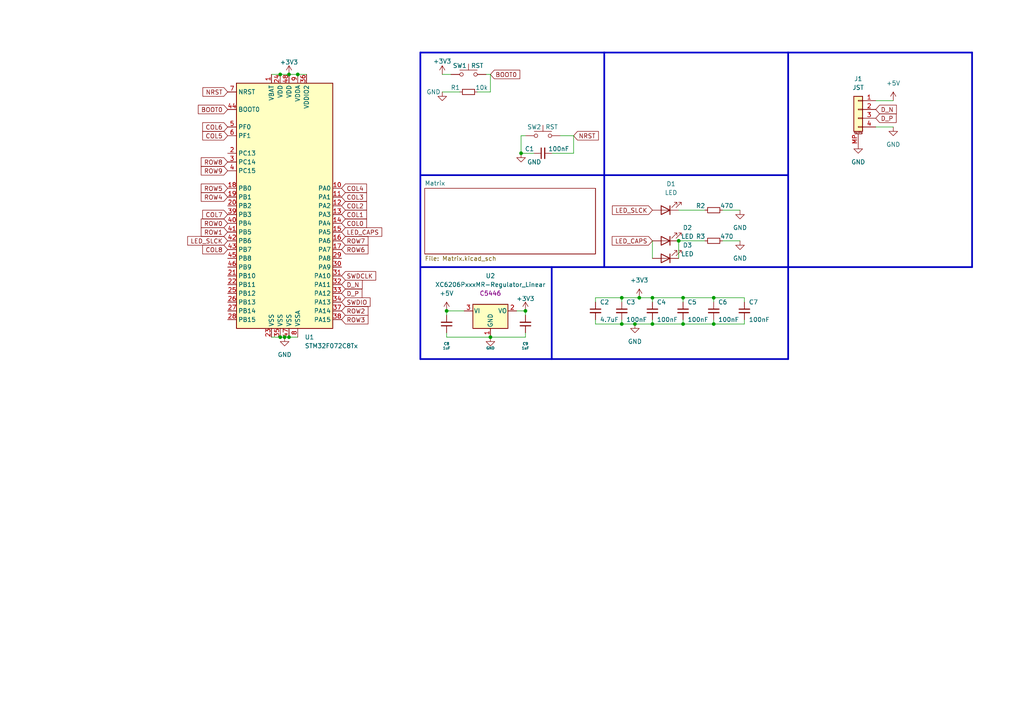
<source format=kicad_sch>
(kicad_sch (version 20211123) (generator eeschema)

  (uuid 4811c7b7-222c-4bb6-b7b5-b7dd4d2eb234)

  (paper "A4")

  (lib_symbols
    (symbol "Connector_Generic_MountingPin:Conn_01x04_MountingPin" (pin_names (offset 1.016) hide) (in_bom yes) (on_board yes)
      (property "Reference" "J" (id 0) (at 0 5.08 0)
        (effects (font (size 1.27 1.27)))
      )
      (property "Value" "Conn_01x04_MountingPin" (id 1) (at 1.27 -7.62 0)
        (effects (font (size 1.27 1.27)) (justify left))
      )
      (property "Footprint" "" (id 2) (at 0 0 0)
        (effects (font (size 1.27 1.27)) hide)
      )
      (property "Datasheet" "~" (id 3) (at 0 0 0)
        (effects (font (size 1.27 1.27)) hide)
      )
      (property "ki_keywords" "connector" (id 4) (at 0 0 0)
        (effects (font (size 1.27 1.27)) hide)
      )
      (property "ki_description" "Generic connectable mounting pin connector, single row, 01x04, script generated (kicad-library-utils/schlib/autogen/connector/)" (id 5) (at 0 0 0)
        (effects (font (size 1.27 1.27)) hide)
      )
      (property "ki_fp_filters" "Connector*:*_1x??-1MP*" (id 6) (at 0 0 0)
        (effects (font (size 1.27 1.27)) hide)
      )
      (symbol "Conn_01x04_MountingPin_1_1"
        (rectangle (start -1.27 -4.953) (end 0 -5.207)
          (stroke (width 0.1524) (type default) (color 0 0 0 0))
          (fill (type none))
        )
        (rectangle (start -1.27 -2.413) (end 0 -2.667)
          (stroke (width 0.1524) (type default) (color 0 0 0 0))
          (fill (type none))
        )
        (rectangle (start -1.27 0.127) (end 0 -0.127)
          (stroke (width 0.1524) (type default) (color 0 0 0 0))
          (fill (type none))
        )
        (rectangle (start -1.27 2.667) (end 0 2.413)
          (stroke (width 0.1524) (type default) (color 0 0 0 0))
          (fill (type none))
        )
        (rectangle (start -1.27 3.81) (end 1.27 -6.35)
          (stroke (width 0.254) (type default) (color 0 0 0 0))
          (fill (type background))
        )
        (polyline
          (pts
            (xy -1.016 -7.112)
            (xy 1.016 -7.112)
          )
          (stroke (width 0.1524) (type default) (color 0 0 0 0))
          (fill (type none))
        )
        (text "Mounting" (at 0 -6.731 0)
          (effects (font (size 0.381 0.381)))
        )
        (pin passive line (at -5.08 2.54 0) (length 3.81)
          (name "Pin_1" (effects (font (size 1.27 1.27))))
          (number "1" (effects (font (size 1.27 1.27))))
        )
        (pin passive line (at -5.08 0 0) (length 3.81)
          (name "Pin_2" (effects (font (size 1.27 1.27))))
          (number "2" (effects (font (size 1.27 1.27))))
        )
        (pin passive line (at -5.08 -2.54 0) (length 3.81)
          (name "Pin_3" (effects (font (size 1.27 1.27))))
          (number "3" (effects (font (size 1.27 1.27))))
        )
        (pin passive line (at -5.08 -5.08 0) (length 3.81)
          (name "Pin_4" (effects (font (size 1.27 1.27))))
          (number "4" (effects (font (size 1.27 1.27))))
        )
        (pin passive line (at 0 -10.16 90) (length 3.048)
          (name "MountPin" (effects (font (size 1.27 1.27))))
          (number "MP" (effects (font (size 1.27 1.27))))
        )
      )
    )
    (symbol "Device:C_Small" (pin_numbers hide) (pin_names (offset 0.254) hide) (in_bom yes) (on_board yes)
      (property "Reference" "C" (id 0) (at 0.254 1.778 0)
        (effects (font (size 1.27 1.27)) (justify left))
      )
      (property "Value" "C_Small" (id 1) (at 0.254 -2.032 0)
        (effects (font (size 1.27 1.27)) (justify left))
      )
      (property "Footprint" "" (id 2) (at 0 0 0)
        (effects (font (size 1.27 1.27)) hide)
      )
      (property "Datasheet" "~" (id 3) (at 0 0 0)
        (effects (font (size 1.27 1.27)) hide)
      )
      (property "ki_keywords" "capacitor cap" (id 4) (at 0 0 0)
        (effects (font (size 1.27 1.27)) hide)
      )
      (property "ki_description" "Unpolarized capacitor, small symbol" (id 5) (at 0 0 0)
        (effects (font (size 1.27 1.27)) hide)
      )
      (property "ki_fp_filters" "C_*" (id 6) (at 0 0 0)
        (effects (font (size 1.27 1.27)) hide)
      )
      (symbol "C_Small_0_1"
        (polyline
          (pts
            (xy -1.524 -0.508)
            (xy 1.524 -0.508)
          )
          (stroke (width 0.3302) (type default) (color 0 0 0 0))
          (fill (type none))
        )
        (polyline
          (pts
            (xy -1.524 0.508)
            (xy 1.524 0.508)
          )
          (stroke (width 0.3048) (type default) (color 0 0 0 0))
          (fill (type none))
        )
      )
      (symbol "C_Small_1_1"
        (pin passive line (at 0 2.54 270) (length 2.032)
          (name "~" (effects (font (size 1.27 1.27))))
          (number "1" (effects (font (size 1.27 1.27))))
        )
        (pin passive line (at 0 -2.54 90) (length 2.032)
          (name "~" (effects (font (size 1.27 1.27))))
          (number "2" (effects (font (size 1.27 1.27))))
        )
      )
    )
    (symbol "Device:LED" (pin_numbers hide) (pin_names (offset 1.016) hide) (in_bom yes) (on_board yes)
      (property "Reference" "D" (id 0) (at 0 2.54 0)
        (effects (font (size 1.27 1.27)))
      )
      (property "Value" "LED" (id 1) (at 0 -2.54 0)
        (effects (font (size 1.27 1.27)))
      )
      (property "Footprint" "" (id 2) (at 0 0 0)
        (effects (font (size 1.27 1.27)) hide)
      )
      (property "Datasheet" "~" (id 3) (at 0 0 0)
        (effects (font (size 1.27 1.27)) hide)
      )
      (property "ki_keywords" "LED diode" (id 4) (at 0 0 0)
        (effects (font (size 1.27 1.27)) hide)
      )
      (property "ki_description" "Light emitting diode" (id 5) (at 0 0 0)
        (effects (font (size 1.27 1.27)) hide)
      )
      (property "ki_fp_filters" "LED* LED_SMD:* LED_THT:*" (id 6) (at 0 0 0)
        (effects (font (size 1.27 1.27)) hide)
      )
      (symbol "LED_0_1"
        (polyline
          (pts
            (xy -1.27 -1.27)
            (xy -1.27 1.27)
          )
          (stroke (width 0.254) (type default) (color 0 0 0 0))
          (fill (type none))
        )
        (polyline
          (pts
            (xy -1.27 0)
            (xy 1.27 0)
          )
          (stroke (width 0) (type default) (color 0 0 0 0))
          (fill (type none))
        )
        (polyline
          (pts
            (xy 1.27 -1.27)
            (xy 1.27 1.27)
            (xy -1.27 0)
            (xy 1.27 -1.27)
          )
          (stroke (width 0.254) (type default) (color 0 0 0 0))
          (fill (type none))
        )
        (polyline
          (pts
            (xy -3.048 -0.762)
            (xy -4.572 -2.286)
            (xy -3.81 -2.286)
            (xy -4.572 -2.286)
            (xy -4.572 -1.524)
          )
          (stroke (width 0) (type default) (color 0 0 0 0))
          (fill (type none))
        )
        (polyline
          (pts
            (xy -1.778 -0.762)
            (xy -3.302 -2.286)
            (xy -2.54 -2.286)
            (xy -3.302 -2.286)
            (xy -3.302 -1.524)
          )
          (stroke (width 0) (type default) (color 0 0 0 0))
          (fill (type none))
        )
      )
      (symbol "LED_1_1"
        (pin passive line (at -3.81 0 0) (length 2.54)
          (name "K" (effects (font (size 1.27 1.27))))
          (number "1" (effects (font (size 1.27 1.27))))
        )
        (pin passive line (at 3.81 0 180) (length 2.54)
          (name "A" (effects (font (size 1.27 1.27))))
          (number "2" (effects (font (size 1.27 1.27))))
        )
      )
    )
    (symbol "Device:R_Small" (pin_numbers hide) (pin_names (offset 0.254) hide) (in_bom yes) (on_board yes)
      (property "Reference" "R" (id 0) (at 0.762 0.508 0)
        (effects (font (size 1.27 1.27)) (justify left))
      )
      (property "Value" "R_Small" (id 1) (at 0.762 -1.016 0)
        (effects (font (size 1.27 1.27)) (justify left))
      )
      (property "Footprint" "" (id 2) (at 0 0 0)
        (effects (font (size 1.27 1.27)) hide)
      )
      (property "Datasheet" "~" (id 3) (at 0 0 0)
        (effects (font (size 1.27 1.27)) hide)
      )
      (property "ki_keywords" "R resistor" (id 4) (at 0 0 0)
        (effects (font (size 1.27 1.27)) hide)
      )
      (property "ki_description" "Resistor, small symbol" (id 5) (at 0 0 0)
        (effects (font (size 1.27 1.27)) hide)
      )
      (property "ki_fp_filters" "R_*" (id 6) (at 0 0 0)
        (effects (font (size 1.27 1.27)) hide)
      )
      (symbol "R_Small_0_1"
        (rectangle (start -0.762 1.778) (end 0.762 -1.778)
          (stroke (width 0.2032) (type default) (color 0 0 0 0))
          (fill (type none))
        )
      )
      (symbol "R_Small_1_1"
        (pin passive line (at 0 2.54 270) (length 0.762)
          (name "~" (effects (font (size 1.27 1.27))))
          (number "1" (effects (font (size 1.27 1.27))))
        )
        (pin passive line (at 0 -2.54 90) (length 0.762)
          (name "~" (effects (font (size 1.27 1.27))))
          (number "2" (effects (font (size 1.27 1.27))))
        )
      )
    )
    (symbol "MCU_ST_STM32F0:STM32F072C8Tx" (in_bom yes) (on_board yes)
      (property "Reference" "U" (id 0) (at -15.24 36.83 0)
        (effects (font (size 1.27 1.27)) (justify left))
      )
      (property "Value" "STM32F072C8Tx" (id 1) (at 7.62 36.83 0)
        (effects (font (size 1.27 1.27)) (justify left))
      )
      (property "Footprint" "Package_QFP:LQFP-48_7x7mm_P0.5mm" (id 2) (at -15.24 -35.56 0)
        (effects (font (size 1.27 1.27)) (justify right) hide)
      )
      (property "Datasheet" "http://www.st.com/st-web-ui/static/active/en/resource/technical/document/datasheet/DM00090510.pdf" (id 3) (at 0 0 0)
        (effects (font (size 1.27 1.27)) hide)
      )
      (property "ki_keywords" "ARM Cortex-M0 STM32F0 STM32F0x2" (id 4) (at 0 0 0)
        (effects (font (size 1.27 1.27)) hide)
      )
      (property "ki_description" "ARM Cortex-M0 MCU, 64KB flash, 16KB RAM, 48MHz, 2-3.6V, 37 GPIO, LQFP-48" (id 5) (at 0 0 0)
        (effects (font (size 1.27 1.27)) hide)
      )
      (property "ki_fp_filters" "LQFP*7x7mm*P0.5mm*" (id 6) (at 0 0 0)
        (effects (font (size 1.27 1.27)) hide)
      )
      (symbol "STM32F072C8Tx_0_1"
        (rectangle (start -15.24 -35.56) (end 12.7 35.56)
          (stroke (width 0.254) (type default) (color 0 0 0 0))
          (fill (type background))
        )
      )
      (symbol "STM32F072C8Tx_1_1"
        (pin power_in line (at -5.08 38.1 270) (length 2.54)
          (name "VBAT" (effects (font (size 1.27 1.27))))
          (number "1" (effects (font (size 1.27 1.27))))
        )
        (pin bidirectional line (at 15.24 5.08 180) (length 2.54)
          (name "PA0" (effects (font (size 1.27 1.27))))
          (number "10" (effects (font (size 1.27 1.27))))
        )
        (pin bidirectional line (at 15.24 2.54 180) (length 2.54)
          (name "PA1" (effects (font (size 1.27 1.27))))
          (number "11" (effects (font (size 1.27 1.27))))
        )
        (pin bidirectional line (at 15.24 0 180) (length 2.54)
          (name "PA2" (effects (font (size 1.27 1.27))))
          (number "12" (effects (font (size 1.27 1.27))))
        )
        (pin bidirectional line (at 15.24 -2.54 180) (length 2.54)
          (name "PA3" (effects (font (size 1.27 1.27))))
          (number "13" (effects (font (size 1.27 1.27))))
        )
        (pin bidirectional line (at 15.24 -5.08 180) (length 2.54)
          (name "PA4" (effects (font (size 1.27 1.27))))
          (number "14" (effects (font (size 1.27 1.27))))
        )
        (pin bidirectional line (at 15.24 -7.62 180) (length 2.54)
          (name "PA5" (effects (font (size 1.27 1.27))))
          (number "15" (effects (font (size 1.27 1.27))))
        )
        (pin bidirectional line (at 15.24 -10.16 180) (length 2.54)
          (name "PA6" (effects (font (size 1.27 1.27))))
          (number "16" (effects (font (size 1.27 1.27))))
        )
        (pin bidirectional line (at 15.24 -12.7 180) (length 2.54)
          (name "PA7" (effects (font (size 1.27 1.27))))
          (number "17" (effects (font (size 1.27 1.27))))
        )
        (pin bidirectional line (at -17.78 5.08 0) (length 2.54)
          (name "PB0" (effects (font (size 1.27 1.27))))
          (number "18" (effects (font (size 1.27 1.27))))
        )
        (pin bidirectional line (at -17.78 2.54 0) (length 2.54)
          (name "PB1" (effects (font (size 1.27 1.27))))
          (number "19" (effects (font (size 1.27 1.27))))
        )
        (pin bidirectional line (at -17.78 15.24 0) (length 2.54)
          (name "PC13" (effects (font (size 1.27 1.27))))
          (number "2" (effects (font (size 1.27 1.27))))
        )
        (pin bidirectional line (at -17.78 0 0) (length 2.54)
          (name "PB2" (effects (font (size 1.27 1.27))))
          (number "20" (effects (font (size 1.27 1.27))))
        )
        (pin bidirectional line (at -17.78 -20.32 0) (length 2.54)
          (name "PB10" (effects (font (size 1.27 1.27))))
          (number "21" (effects (font (size 1.27 1.27))))
        )
        (pin bidirectional line (at -17.78 -22.86 0) (length 2.54)
          (name "PB11" (effects (font (size 1.27 1.27))))
          (number "22" (effects (font (size 1.27 1.27))))
        )
        (pin power_in line (at -5.08 -38.1 90) (length 2.54)
          (name "VSS" (effects (font (size 1.27 1.27))))
          (number "23" (effects (font (size 1.27 1.27))))
        )
        (pin power_in line (at -2.54 38.1 270) (length 2.54)
          (name "VDD" (effects (font (size 1.27 1.27))))
          (number "24" (effects (font (size 1.27 1.27))))
        )
        (pin bidirectional line (at -17.78 -25.4 0) (length 2.54)
          (name "PB12" (effects (font (size 1.27 1.27))))
          (number "25" (effects (font (size 1.27 1.27))))
        )
        (pin bidirectional line (at -17.78 -27.94 0) (length 2.54)
          (name "PB13" (effects (font (size 1.27 1.27))))
          (number "26" (effects (font (size 1.27 1.27))))
        )
        (pin bidirectional line (at -17.78 -30.48 0) (length 2.54)
          (name "PB14" (effects (font (size 1.27 1.27))))
          (number "27" (effects (font (size 1.27 1.27))))
        )
        (pin bidirectional line (at -17.78 -33.02 0) (length 2.54)
          (name "PB15" (effects (font (size 1.27 1.27))))
          (number "28" (effects (font (size 1.27 1.27))))
        )
        (pin bidirectional line (at 15.24 -15.24 180) (length 2.54)
          (name "PA8" (effects (font (size 1.27 1.27))))
          (number "29" (effects (font (size 1.27 1.27))))
        )
        (pin bidirectional line (at -17.78 12.7 0) (length 2.54)
          (name "PC14" (effects (font (size 1.27 1.27))))
          (number "3" (effects (font (size 1.27 1.27))))
        )
        (pin bidirectional line (at 15.24 -17.78 180) (length 2.54)
          (name "PA9" (effects (font (size 1.27 1.27))))
          (number "30" (effects (font (size 1.27 1.27))))
        )
        (pin bidirectional line (at 15.24 -20.32 180) (length 2.54)
          (name "PA10" (effects (font (size 1.27 1.27))))
          (number "31" (effects (font (size 1.27 1.27))))
        )
        (pin bidirectional line (at 15.24 -22.86 180) (length 2.54)
          (name "PA11" (effects (font (size 1.27 1.27))))
          (number "32" (effects (font (size 1.27 1.27))))
        )
        (pin bidirectional line (at 15.24 -25.4 180) (length 2.54)
          (name "PA12" (effects (font (size 1.27 1.27))))
          (number "33" (effects (font (size 1.27 1.27))))
        )
        (pin bidirectional line (at 15.24 -27.94 180) (length 2.54)
          (name "PA13" (effects (font (size 1.27 1.27))))
          (number "34" (effects (font (size 1.27 1.27))))
        )
        (pin power_in line (at -2.54 -38.1 90) (length 2.54)
          (name "VSS" (effects (font (size 1.27 1.27))))
          (number "35" (effects (font (size 1.27 1.27))))
        )
        (pin power_in line (at 5.08 38.1 270) (length 2.54)
          (name "VDDIO2" (effects (font (size 1.27 1.27))))
          (number "36" (effects (font (size 1.27 1.27))))
        )
        (pin bidirectional line (at 15.24 -30.48 180) (length 2.54)
          (name "PA14" (effects (font (size 1.27 1.27))))
          (number "37" (effects (font (size 1.27 1.27))))
        )
        (pin bidirectional line (at 15.24 -33.02 180) (length 2.54)
          (name "PA15" (effects (font (size 1.27 1.27))))
          (number "38" (effects (font (size 1.27 1.27))))
        )
        (pin bidirectional line (at -17.78 -2.54 0) (length 2.54)
          (name "PB3" (effects (font (size 1.27 1.27))))
          (number "39" (effects (font (size 1.27 1.27))))
        )
        (pin bidirectional line (at -17.78 10.16 0) (length 2.54)
          (name "PC15" (effects (font (size 1.27 1.27))))
          (number "4" (effects (font (size 1.27 1.27))))
        )
        (pin bidirectional line (at -17.78 -5.08 0) (length 2.54)
          (name "PB4" (effects (font (size 1.27 1.27))))
          (number "40" (effects (font (size 1.27 1.27))))
        )
        (pin bidirectional line (at -17.78 -7.62 0) (length 2.54)
          (name "PB5" (effects (font (size 1.27 1.27))))
          (number "41" (effects (font (size 1.27 1.27))))
        )
        (pin bidirectional line (at -17.78 -10.16 0) (length 2.54)
          (name "PB6" (effects (font (size 1.27 1.27))))
          (number "42" (effects (font (size 1.27 1.27))))
        )
        (pin bidirectional line (at -17.78 -12.7 0) (length 2.54)
          (name "PB7" (effects (font (size 1.27 1.27))))
          (number "43" (effects (font (size 1.27 1.27))))
        )
        (pin input line (at -17.78 27.94 0) (length 2.54)
          (name "BOOT0" (effects (font (size 1.27 1.27))))
          (number "44" (effects (font (size 1.27 1.27))))
        )
        (pin bidirectional line (at -17.78 -15.24 0) (length 2.54)
          (name "PB8" (effects (font (size 1.27 1.27))))
          (number "45" (effects (font (size 1.27 1.27))))
        )
        (pin bidirectional line (at -17.78 -17.78 0) (length 2.54)
          (name "PB9" (effects (font (size 1.27 1.27))))
          (number "46" (effects (font (size 1.27 1.27))))
        )
        (pin power_in line (at 0 -38.1 90) (length 2.54)
          (name "VSS" (effects (font (size 1.27 1.27))))
          (number "47" (effects (font (size 1.27 1.27))))
        )
        (pin power_in line (at 0 38.1 270) (length 2.54)
          (name "VDD" (effects (font (size 1.27 1.27))))
          (number "48" (effects (font (size 1.27 1.27))))
        )
        (pin input line (at -17.78 22.86 0) (length 2.54)
          (name "PF0" (effects (font (size 1.27 1.27))))
          (number "5" (effects (font (size 1.27 1.27))))
        )
        (pin input line (at -17.78 20.32 0) (length 2.54)
          (name "PF1" (effects (font (size 1.27 1.27))))
          (number "6" (effects (font (size 1.27 1.27))))
        )
        (pin input line (at -17.78 33.02 0) (length 2.54)
          (name "NRST" (effects (font (size 1.27 1.27))))
          (number "7" (effects (font (size 1.27 1.27))))
        )
        (pin power_in line (at 2.54 -38.1 90) (length 2.54)
          (name "VSSA" (effects (font (size 1.27 1.27))))
          (number "8" (effects (font (size 1.27 1.27))))
        )
        (pin power_in line (at 2.54 38.1 270) (length 2.54)
          (name "VDDA" (effects (font (size 1.27 1.27))))
          (number "9" (effects (font (size 1.27 1.27))))
        )
      )
    )
    (symbol "Switch:SW_Push" (pin_numbers hide) (pin_names (offset 1.016) hide) (in_bom yes) (on_board yes)
      (property "Reference" "SW" (id 0) (at 1.27 2.54 0)
        (effects (font (size 1.27 1.27)) (justify left))
      )
      (property "Value" "SW_Push" (id 1) (at 0 -1.524 0)
        (effects (font (size 1.27 1.27)))
      )
      (property "Footprint" "" (id 2) (at 0 5.08 0)
        (effects (font (size 1.27 1.27)) hide)
      )
      (property "Datasheet" "~" (id 3) (at 0 5.08 0)
        (effects (font (size 1.27 1.27)) hide)
      )
      (property "ki_keywords" "switch normally-open pushbutton push-button" (id 4) (at 0 0 0)
        (effects (font (size 1.27 1.27)) hide)
      )
      (property "ki_description" "Push button switch, generic, two pins" (id 5) (at 0 0 0)
        (effects (font (size 1.27 1.27)) hide)
      )
      (symbol "SW_Push_0_1"
        (circle (center -2.032 0) (radius 0.508)
          (stroke (width 0) (type default) (color 0 0 0 0))
          (fill (type none))
        )
        (polyline
          (pts
            (xy 0 1.27)
            (xy 0 3.048)
          )
          (stroke (width 0) (type default) (color 0 0 0 0))
          (fill (type none))
        )
        (polyline
          (pts
            (xy 2.54 1.27)
            (xy -2.54 1.27)
          )
          (stroke (width 0) (type default) (color 0 0 0 0))
          (fill (type none))
        )
        (circle (center 2.032 0) (radius 0.508)
          (stroke (width 0) (type default) (color 0 0 0 0))
          (fill (type none))
        )
        (pin passive line (at -5.08 0 0) (length 2.54)
          (name "1" (effects (font (size 1.27 1.27))))
          (number "1" (effects (font (size 1.27 1.27))))
        )
        (pin passive line (at 5.08 0 180) (length 2.54)
          (name "2" (effects (font (size 1.27 1.27))))
          (number "2" (effects (font (size 1.27 1.27))))
        )
      )
    )
    (symbol "kicad-keyboard-parts:XC6206PxxxMR-Regulator_Linear" (pin_names (offset 0.254)) (in_bom yes) (on_board yes)
      (property "Reference" "U" (id 0) (at -3.81 3.175 0)
        (effects (font (size 1.27 1.27)))
      )
      (property "Value" "XC6206PxxxMR-Regulator_Linear" (id 1) (at 0 3.175 0)
        (effects (font (size 1.27 1.27)) (justify left))
      )
      (property "Footprint" "Package_TO_SOT_SMD:SOT-23" (id 2) (at 0 5.715 0)
        (effects (font (size 1.27 1.27) italic) hide)
      )
      (property "Datasheet" "https://www.torexsemi.com/file/xc6206/XC6206.pdf" (id 3) (at 0 0 0)
        (effects (font (size 1.27 1.27)) hide)
      )
      (property "LCSC" "C5446" (id 4) (at 0 0 0)
        (effects (font (size 1.27 1.27)))
      )
      (property "ki_keywords" "LDO voltage regulator" (id 5) (at 0 0 0)
        (effects (font (size 1.27 1.27)) hide)
      )
      (property "ki_description" "SMD LDO regulator family" (id 6) (at 0 0 0)
        (effects (font (size 1.27 1.27)) hide)
      )
      (property "ki_fp_filters" "SOT?23*" (id 7) (at 0 0 0)
        (effects (font (size 1.27 1.27)) hide)
      )
      (symbol "XC6206PxxxMR-Regulator_Linear_0_1"
        (rectangle (start -5.08 1.905) (end 5.08 -5.08)
          (stroke (width 0.254) (type default) (color 0 0 0 0))
          (fill (type background))
        )
      )
      (symbol "XC6206PxxxMR-Regulator_Linear_1_1"
        (pin power_in line (at 0 -7.62 90) (length 2.54)
          (name "GND" (effects (font (size 1.27 1.27))))
          (number "1" (effects (font (size 1.27 1.27))))
        )
        (pin power_out line (at 7.62 0 180) (length 2.54)
          (name "VO" (effects (font (size 1.27 1.27))))
          (number "2" (effects (font (size 1.27 1.27))))
        )
        (pin power_in line (at -7.62 0 0) (length 2.54)
          (name "VI" (effects (font (size 1.27 1.27))))
          (number "3" (effects (font (size 1.27 1.27))))
        )
      )
    )
    (symbol "power:+3.3V" (power) (pin_names (offset 0)) (in_bom yes) (on_board yes)
      (property "Reference" "#PWR" (id 0) (at 0 -3.81 0)
        (effects (font (size 1.27 1.27)) hide)
      )
      (property "Value" "+3.3V" (id 1) (at 0 3.556 0)
        (effects (font (size 1.27 1.27)))
      )
      (property "Footprint" "" (id 2) (at 0 0 0)
        (effects (font (size 1.27 1.27)) hide)
      )
      (property "Datasheet" "" (id 3) (at 0 0 0)
        (effects (font (size 1.27 1.27)) hide)
      )
      (property "ki_keywords" "power-flag" (id 4) (at 0 0 0)
        (effects (font (size 1.27 1.27)) hide)
      )
      (property "ki_description" "Power symbol creates a global label with name \"+3.3V\"" (id 5) (at 0 0 0)
        (effects (font (size 1.27 1.27)) hide)
      )
      (symbol "+3.3V_0_1"
        (polyline
          (pts
            (xy -0.762 1.27)
            (xy 0 2.54)
          )
          (stroke (width 0) (type default) (color 0 0 0 0))
          (fill (type none))
        )
        (polyline
          (pts
            (xy 0 0)
            (xy 0 2.54)
          )
          (stroke (width 0) (type default) (color 0 0 0 0))
          (fill (type none))
        )
        (polyline
          (pts
            (xy 0 2.54)
            (xy 0.762 1.27)
          )
          (stroke (width 0) (type default) (color 0 0 0 0))
          (fill (type none))
        )
      )
      (symbol "+3.3V_1_1"
        (pin power_in line (at 0 0 90) (length 0) hide
          (name "+3V3" (effects (font (size 1.27 1.27))))
          (number "1" (effects (font (size 1.27 1.27))))
        )
      )
    )
    (symbol "power:+3V3" (power) (pin_names (offset 0)) (in_bom yes) (on_board yes)
      (property "Reference" "#PWR" (id 0) (at 0 -3.81 0)
        (effects (font (size 1.27 1.27)) hide)
      )
      (property "Value" "+3V3" (id 1) (at 0 3.556 0)
        (effects (font (size 1.27 1.27)))
      )
      (property "Footprint" "" (id 2) (at 0 0 0)
        (effects (font (size 1.27 1.27)) hide)
      )
      (property "Datasheet" "" (id 3) (at 0 0 0)
        (effects (font (size 1.27 1.27)) hide)
      )
      (property "ki_keywords" "power-flag" (id 4) (at 0 0 0)
        (effects (font (size 1.27 1.27)) hide)
      )
      (property "ki_description" "Power symbol creates a global label with name \"+3V3\"" (id 5) (at 0 0 0)
        (effects (font (size 1.27 1.27)) hide)
      )
      (symbol "+3V3_0_1"
        (polyline
          (pts
            (xy -0.762 1.27)
            (xy 0 2.54)
          )
          (stroke (width 0) (type default) (color 0 0 0 0))
          (fill (type none))
        )
        (polyline
          (pts
            (xy 0 0)
            (xy 0 2.54)
          )
          (stroke (width 0) (type default) (color 0 0 0 0))
          (fill (type none))
        )
        (polyline
          (pts
            (xy 0 2.54)
            (xy 0.762 1.27)
          )
          (stroke (width 0) (type default) (color 0 0 0 0))
          (fill (type none))
        )
      )
      (symbol "+3V3_1_1"
        (pin power_in line (at 0 0 90) (length 0) hide
          (name "+3V3" (effects (font (size 1.27 1.27))))
          (number "1" (effects (font (size 1.27 1.27))))
        )
      )
    )
    (symbol "power:+5V" (power) (pin_names (offset 0)) (in_bom yes) (on_board yes)
      (property "Reference" "#PWR" (id 0) (at 0 -3.81 0)
        (effects (font (size 1.27 1.27)) hide)
      )
      (property "Value" "+5V" (id 1) (at 0 3.556 0)
        (effects (font (size 1.27 1.27)))
      )
      (property "Footprint" "" (id 2) (at 0 0 0)
        (effects (font (size 1.27 1.27)) hide)
      )
      (property "Datasheet" "" (id 3) (at 0 0 0)
        (effects (font (size 1.27 1.27)) hide)
      )
      (property "ki_keywords" "power-flag" (id 4) (at 0 0 0)
        (effects (font (size 1.27 1.27)) hide)
      )
      (property "ki_description" "Power symbol creates a global label with name \"+5V\"" (id 5) (at 0 0 0)
        (effects (font (size 1.27 1.27)) hide)
      )
      (symbol "+5V_0_1"
        (polyline
          (pts
            (xy -0.762 1.27)
            (xy 0 2.54)
          )
          (stroke (width 0) (type default) (color 0 0 0 0))
          (fill (type none))
        )
        (polyline
          (pts
            (xy 0 0)
            (xy 0 2.54)
          )
          (stroke (width 0) (type default) (color 0 0 0 0))
          (fill (type none))
        )
        (polyline
          (pts
            (xy 0 2.54)
            (xy 0.762 1.27)
          )
          (stroke (width 0) (type default) (color 0 0 0 0))
          (fill (type none))
        )
      )
      (symbol "+5V_1_1"
        (pin power_in line (at 0 0 90) (length 0) hide
          (name "+5V" (effects (font (size 1.27 1.27))))
          (number "1" (effects (font (size 1.27 1.27))))
        )
      )
    )
    (symbol "power:GND" (power) (pin_names (offset 0)) (in_bom yes) (on_board yes)
      (property "Reference" "#PWR" (id 0) (at 0 -6.35 0)
        (effects (font (size 1.27 1.27)) hide)
      )
      (property "Value" "GND" (id 1) (at 0 -3.81 0)
        (effects (font (size 1.27 1.27)))
      )
      (property "Footprint" "" (id 2) (at 0 0 0)
        (effects (font (size 1.27 1.27)) hide)
      )
      (property "Datasheet" "" (id 3) (at 0 0 0)
        (effects (font (size 1.27 1.27)) hide)
      )
      (property "ki_keywords" "power-flag" (id 4) (at 0 0 0)
        (effects (font (size 1.27 1.27)) hide)
      )
      (property "ki_description" "Power symbol creates a global label with name \"GND\" , ground" (id 5) (at 0 0 0)
        (effects (font (size 1.27 1.27)) hide)
      )
      (symbol "GND_0_1"
        (polyline
          (pts
            (xy 0 0)
            (xy 0 -1.27)
            (xy 1.27 -1.27)
            (xy 0 -2.54)
            (xy -1.27 -1.27)
            (xy 0 -1.27)
          )
          (stroke (width 0) (type default) (color 0 0 0 0))
          (fill (type none))
        )
      )
      (symbol "GND_1_1"
        (pin power_in line (at 0 0 270) (length 0) hide
          (name "GND" (effects (font (size 1.27 1.27))))
          (number "1" (effects (font (size 1.27 1.27))))
        )
      )
    )
  )

  (junction (at 81.28 21.59) (diameter 0) (color 0 0 0 0)
    (uuid 066c06e3-63d7-46f9-82b0-c4e3af69b2a1)
  )
  (junction (at 189.23 86.36) (diameter 0) (color 0 0 0 0)
    (uuid 0add549e-6912-4a82-b67c-1b6b2524601a)
  )
  (junction (at 180.34 86.36) (diameter 0) (color 0 0 0 0)
    (uuid 1d8c35a7-e344-45a4-acc7-a5f92a69aff2)
  )
  (junction (at 82.55 97.79) (diameter 0) (color 0 0 0 0)
    (uuid 27b0f2b1-d78a-4885-b89a-cee99ea056cc)
  )
  (junction (at 207.01 86.36) (diameter 0) (color 0 0 0 0)
    (uuid 29a358c9-066a-46fd-9c72-0b03ed7b40b8)
  )
  (junction (at 151.13 44.45) (diameter 0) (color 0 0 0 0)
    (uuid 3eb77fb6-7e5b-43df-82ae-939c06962bf2)
  )
  (junction (at 81.28 97.79) (diameter 0) (color 0 0 0 0)
    (uuid 44ae1710-85b3-452f-9d00-0c7f738c8562)
  )
  (junction (at 184.15 93.98) (diameter 0) (color 0 0 0 0)
    (uuid 575bb9b1-a329-46c0-9337-a7005203f2a6)
  )
  (junction (at 83.82 97.79) (diameter 0) (color 0 0 0 0)
    (uuid 60121275-95cb-4890-8334-064c41ffb297)
  )
  (junction (at 196.85 69.85) (diameter 0) (color 0 0 0 0)
    (uuid 63b01e48-8df6-4c84-9eb4-4fc082b13a1e)
  )
  (junction (at 83.82 21.59) (diameter 0) (color 0 0 0 0)
    (uuid 7edcade5-bf18-4c38-8f51-90596f4499dd)
  )
  (junction (at 185.42 86.36) (diameter 0) (color 0 0 0 0)
    (uuid 844bb27b-7d7c-47af-bc8f-4a6993d59e1d)
  )
  (junction (at 198.12 86.36) (diameter 0) (color 0 0 0 0)
    (uuid 853e1440-874f-496a-996f-7b29aa1c1b73)
  )
  (junction (at 189.23 93.98) (diameter 0) (color 0 0 0 0)
    (uuid 90cbd7b1-11f1-48b3-b075-57ec77a215b7)
  )
  (junction (at 180.34 93.98) (diameter 0) (color 0 0 0 0)
    (uuid 9945a7de-0f1f-4497-8a5f-9e3763b5e03b)
  )
  (junction (at 86.36 21.59) (diameter 0) (color 0 0 0 0)
    (uuid bff39a00-2a15-4316-87dc-2bad8df73d13)
  )
  (junction (at 129.54 90.17) (diameter 0.9144) (color 0 0 0 0)
    (uuid ca74b375-dfa8-4dcd-92f3-784fbcb89eff)
  )
  (junction (at 152.4 90.17) (diameter 0.9144) (color 0 0 0 0)
    (uuid e5d6c21a-d634-4db7-b239-ba97ca3fa33b)
  )
  (junction (at 142.24 97.79) (diameter 0.9144) (color 0 0 0 0)
    (uuid e78fd2aa-17c1-4661-9480-e26d32d736e7)
  )
  (junction (at 207.01 93.98) (diameter 0) (color 0 0 0 0)
    (uuid fa320ca3-18b9-4ec6-9fe9-816213af3e34)
  )
  (junction (at 198.12 93.98) (diameter 0) (color 0 0 0 0)
    (uuid fa7025b3-6db7-458d-9273-6454e7240040)
  )

  (wire (pts (xy 172.72 86.36) (xy 180.34 86.36))
    (stroke (width 0) (type default) (color 0 0 0 0))
    (uuid 02afc126-dc59-46ed-9bbd-ccb1ddc48ade)
  )
  (wire (pts (xy 172.72 93.98) (xy 180.34 93.98))
    (stroke (width 0) (type default) (color 0 0 0 0))
    (uuid 02f42b5b-ae19-42a0-bc76-e583c32b46a4)
  )
  (wire (pts (xy 81.28 21.59) (xy 83.82 21.59))
    (stroke (width 0) (type default) (color 0 0 0 0))
    (uuid 0aa1f547-f695-4ccd-ba22-b590ec036374)
  )
  (polyline (pts (xy 121.92 77.47) (xy 175.26 77.47))
    (stroke (width 0.5) (type solid) (color 0 0 0 0))
    (uuid 0acb5e71-b9af-46c2-a6c4-f1c69a64399e)
  )

  (wire (pts (xy 207.01 86.36) (xy 207.01 87.63))
    (stroke (width 0) (type default) (color 0 0 0 0))
    (uuid 17014863-716a-4fda-9756-83cd26807260)
  )
  (wire (pts (xy 184.15 93.98) (xy 189.23 93.98))
    (stroke (width 0) (type default) (color 0 0 0 0))
    (uuid 1720c77b-e23f-4014-8213-ac9a3a787992)
  )
  (wire (pts (xy 129.54 90.17) (xy 134.62 90.17))
    (stroke (width 0) (type solid) (color 0 0 0 0))
    (uuid 20b8e8cd-605f-40a7-9c65-74cffd6c1e1d)
  )
  (polyline (pts (xy 121.92 77.47) (xy 121.92 104.14))
    (stroke (width 0.5) (type solid) (color 0 0 0 0))
    (uuid 215a07ec-645e-448b-bc84-ce74e16fbc77)
  )

  (wire (pts (xy 207.01 86.36) (xy 215.9 86.36))
    (stroke (width 0) (type default) (color 0 0 0 0))
    (uuid 238a8827-09b6-4abf-a89f-f6fc2fda472e)
  )
  (polyline (pts (xy 281.94 77.47) (xy 281.94 15.24))
    (stroke (width 0.5) (type solid) (color 0 0 0 0))
    (uuid 2766504a-845a-4dea-9b6b-e55b50dd6b31)
  )

  (wire (pts (xy 180.34 86.36) (xy 180.34 87.63))
    (stroke (width 0) (type default) (color 0 0 0 0))
    (uuid 284f1210-175d-444b-9c5c-b668d76114d1)
  )
  (polyline (pts (xy 121.92 15.24) (xy 175.26 15.24))
    (stroke (width 0.5) (type solid) (color 0 0 0 0))
    (uuid 3fc38dbe-709f-46fe-99ba-7abeb949385b)
  )
  (polyline (pts (xy 228.6 77.47) (xy 228.6 104.14))
    (stroke (width 0.5) (type solid) (color 0 0 0 0))
    (uuid 405ec87a-edbe-4b3a-996d-434b96792e4f)
  )

  (wire (pts (xy 180.34 93.98) (xy 184.15 93.98))
    (stroke (width 0) (type default) (color 0 0 0 0))
    (uuid 42ce857b-5850-4df2-a743-73b7d77463c9)
  )
  (wire (pts (xy 86.36 21.59) (xy 88.9 21.59))
    (stroke (width 0) (type default) (color 0 0 0 0))
    (uuid 44a4934d-5f43-4f91-9974-8421c2950cbb)
  )
  (wire (pts (xy 189.23 93.98) (xy 198.12 93.98))
    (stroke (width 0) (type default) (color 0 0 0 0))
    (uuid 47cc9530-5efb-4484-b58c-0bf2c22e106e)
  )
  (wire (pts (xy 86.36 21.59) (xy 83.82 21.59))
    (stroke (width 0) (type default) (color 0 0 0 0))
    (uuid 4995d1b7-8366-4098-a96b-b2fc0f035edf)
  )
  (wire (pts (xy 172.72 92.71) (xy 172.72 93.98))
    (stroke (width 0) (type default) (color 0 0 0 0))
    (uuid 4c1bf9be-6298-49c3-9427-0e2fc572a37e)
  )
  (polyline (pts (xy 175.26 50.8) (xy 228.6 50.8))
    (stroke (width 0.5) (type solid) (color 0 0 0 0))
    (uuid 500424d6-edd8-4406-8afc-69e2dc7aef45)
  )

  (wire (pts (xy 189.23 69.85) (xy 189.23 74.93))
    (stroke (width 0) (type default) (color 0 0 0 0))
    (uuid 53520e8a-92c1-43d0-b642-4543bff21219)
  )
  (wire (pts (xy 209.55 60.96) (xy 214.63 60.96))
    (stroke (width 0) (type default) (color 0 0 0 0))
    (uuid 55130cb9-e1ee-4f4e-beef-9e7240d2a7ba)
  )
  (wire (pts (xy 196.85 69.85) (xy 196.85 74.93))
    (stroke (width 0) (type default) (color 0 0 0 0))
    (uuid 5618921b-7c07-438f-b695-40ae5c1bfdcc)
  )
  (wire (pts (xy 185.42 86.36) (xy 189.23 86.36))
    (stroke (width 0) (type default) (color 0 0 0 0))
    (uuid 59b548ee-90aa-4dd6-bb9f-df64d7df65db)
  )
  (wire (pts (xy 198.12 86.36) (xy 207.01 86.36))
    (stroke (width 0) (type default) (color 0 0 0 0))
    (uuid 5a935063-a6e7-46b0-8337-22c2eaf6351c)
  )
  (wire (pts (xy 142.24 21.59) (xy 142.24 26.67))
    (stroke (width 0) (type default) (color 0 0 0 0))
    (uuid 69256d28-dc24-4bc0-b95f-571d20d84d43)
  )
  (wire (pts (xy 138.43 26.67) (xy 142.24 26.67))
    (stroke (width 0) (type default) (color 0 0 0 0))
    (uuid 69b7b0dc-0690-4c1c-a730-1428ad1b9107)
  )
  (wire (pts (xy 215.9 92.71) (xy 215.9 93.98))
    (stroke (width 0) (type default) (color 0 0 0 0))
    (uuid 69bc2f7a-5a08-49ff-92f7-a1a761ceb478)
  )
  (wire (pts (xy 154.94 44.45) (xy 151.13 44.45))
    (stroke (width 0) (type default) (color 0 0 0 0))
    (uuid 6d551a0b-a684-483c-aed2-d26dd57cf457)
  )
  (wire (pts (xy 189.23 86.36) (xy 189.23 87.63))
    (stroke (width 0) (type default) (color 0 0 0 0))
    (uuid 702e56a6-5d35-4306-9f55-fff29736d9bc)
  )
  (wire (pts (xy 196.85 60.96) (xy 204.47 60.96))
    (stroke (width 0) (type default) (color 0 0 0 0))
    (uuid 72ba0ccc-bdae-40b4-b9c1-14fe040336ed)
  )
  (polyline (pts (xy 175.26 15.24) (xy 175.26 77.47))
    (stroke (width 0.5) (type solid) (color 0 0 0 0))
    (uuid 75c77367-9902-4323-a371-8e12c675c19d)
  )

  (wire (pts (xy 189.23 93.98) (xy 189.23 92.71))
    (stroke (width 0) (type default) (color 0 0 0 0))
    (uuid 76a7ffb0-b436-4bd2-9184-47dad57867e5)
  )
  (wire (pts (xy 129.54 90.17) (xy 129.54 91.44))
    (stroke (width 0) (type solid) (color 0 0 0 0))
    (uuid 7824aa67-1331-4cd6-96e5-9c154f6fd479)
  )
  (wire (pts (xy 128.27 21.59) (xy 130.81 21.59))
    (stroke (width 0) (type default) (color 0 0 0 0))
    (uuid 8194c0c3-7ef1-4863-aebd-8a77e3c68fda)
  )
  (wire (pts (xy 78.74 21.59) (xy 81.28 21.59))
    (stroke (width 0) (type default) (color 0 0 0 0))
    (uuid 82a9b217-d626-487b-ba2f-09f48bf370c3)
  )
  (wire (pts (xy 129.54 96.52) (xy 129.54 97.79))
    (stroke (width 0) (type solid) (color 0 0 0 0))
    (uuid 83744ffb-9afd-45d0-afcd-00e62b58b314)
  )
  (polyline (pts (xy 228.6 15.24) (xy 281.94 15.24))
    (stroke (width 0.5) (type solid) (color 0 0 0 0))
    (uuid 8b41ce1c-7a7a-49ae-9d25-dadae1380922)
  )

  (wire (pts (xy 207.01 93.98) (xy 215.9 93.98))
    (stroke (width 0) (type default) (color 0 0 0 0))
    (uuid 8bc95c49-2252-4333-83f1-3635470d7fe1)
  )
  (polyline (pts (xy 121.92 77.47) (xy 121.92 15.24))
    (stroke (width 0.5) (type solid) (color 0 0 0 0))
    (uuid 95b2a9a6-93e8-4f53-9db7-6f729c952043)
  )
  (polyline (pts (xy 228.6 77.47) (xy 281.94 77.47))
    (stroke (width 0.5) (type solid) (color 0 0 0 0))
    (uuid 978cb126-87e2-47fb-b01f-43a378d8fbb9)
  )

  (wire (pts (xy 172.72 87.63) (xy 172.72 86.36))
    (stroke (width 0) (type default) (color 0 0 0 0))
    (uuid 9c2e962b-5e9e-4de0-8a5e-6154e0f7f96c)
  )
  (wire (pts (xy 198.12 93.98) (xy 207.01 93.98))
    (stroke (width 0) (type default) (color 0 0 0 0))
    (uuid a1102103-6189-4cb3-870f-f3fc77d88690)
  )
  (wire (pts (xy 180.34 92.71) (xy 180.34 93.98))
    (stroke (width 0) (type default) (color 0 0 0 0))
    (uuid a334f920-0fe0-4db6-b276-b62c05c36575)
  )
  (wire (pts (xy 82.55 97.79) (xy 83.82 97.79))
    (stroke (width 0) (type default) (color 0 0 0 0))
    (uuid aba46d9a-58b3-44a6-93f9-04dce18eab41)
  )
  (wire (pts (xy 151.13 39.37) (xy 152.4 39.37))
    (stroke (width 0) (type default) (color 0 0 0 0))
    (uuid ae6b6194-0961-4579-98d2-b537e73894e2)
  )
  (wire (pts (xy 83.82 97.79) (xy 86.36 97.79))
    (stroke (width 0) (type default) (color 0 0 0 0))
    (uuid b55ff4b1-86f1-4020-973f-304556afb49d)
  )
  (wire (pts (xy 151.13 44.45) (xy 151.13 39.37))
    (stroke (width 0) (type default) (color 0 0 0 0))
    (uuid be41b34d-4732-47b8-ad0b-36045f0ee29b)
  )
  (polyline (pts (xy 121.92 104.14) (xy 228.6 104.14))
    (stroke (width 0.5) (type solid) (color 0 0 0 0))
    (uuid be625253-6dc6-443f-be7c-5185eda9090d)
  )

  (wire (pts (xy 196.85 69.85) (xy 204.47 69.85))
    (stroke (width 0) (type default) (color 0 0 0 0))
    (uuid c1eecd53-6e47-4e8e-8dea-a3463f148810)
  )
  (wire (pts (xy 166.37 44.45) (xy 166.37 39.37))
    (stroke (width 0) (type default) (color 0 0 0 0))
    (uuid c616b833-7dd0-4995-8d76-3adc68033d7b)
  )
  (wire (pts (xy 142.24 97.79) (xy 152.4 97.79))
    (stroke (width 0) (type solid) (color 0 0 0 0))
    (uuid c759baf4-752e-4f7a-88d9-c4ce9f449b38)
  )
  (wire (pts (xy 180.34 86.36) (xy 185.42 86.36))
    (stroke (width 0) (type default) (color 0 0 0 0))
    (uuid c8113bc6-a1f7-4e79-9df7-179e712c8bfa)
  )
  (wire (pts (xy 128.27 26.67) (xy 133.35 26.67))
    (stroke (width 0) (type default) (color 0 0 0 0))
    (uuid c85ca71d-8da5-444b-bf59-cd62baf052ba)
  )
  (wire (pts (xy 254 29.21) (xy 259.08 29.21))
    (stroke (width 0) (type default) (color 0 0 0 0))
    (uuid c9e323a4-4088-4daa-9e19-7731c7fd67af)
  )
  (wire (pts (xy 149.86 90.17) (xy 152.4 90.17))
    (stroke (width 0) (type solid) (color 0 0 0 0))
    (uuid ca6d97e7-3074-4a07-a56c-d98d08a54fdf)
  )
  (wire (pts (xy 152.4 96.52) (xy 152.4 97.79))
    (stroke (width 0) (type solid) (color 0 0 0 0))
    (uuid cbc854e9-e5f9-487f-a5e1-ddcce264c92b)
  )
  (wire (pts (xy 78.74 97.79) (xy 81.28 97.79))
    (stroke (width 0) (type default) (color 0 0 0 0))
    (uuid cbcc0c50-4eb1-4746-bd48-3c60060470a3)
  )
  (wire (pts (xy 207.01 92.71) (xy 207.01 93.98))
    (stroke (width 0) (type default) (color 0 0 0 0))
    (uuid d22b9028-00c9-4ce5-ad18-b9347b1b66b0)
  )
  (wire (pts (xy 152.4 90.17) (xy 152.4 91.44))
    (stroke (width 0) (type solid) (color 0 0 0 0))
    (uuid d81be56d-10b2-4a1c-8178-8796e5e5bc0c)
  )
  (wire (pts (xy 198.12 86.36) (xy 198.12 87.63))
    (stroke (width 0) (type default) (color 0 0 0 0))
    (uuid dcb35167-2ef3-4673-9a5f-76ff9f27cac2)
  )
  (wire (pts (xy 162.56 39.37) (xy 166.37 39.37))
    (stroke (width 0) (type default) (color 0 0 0 0))
    (uuid dd12da90-c4b5-41c3-ad83-c04704363ff6)
  )
  (polyline (pts (xy 175.26 15.24) (xy 228.6 15.24))
    (stroke (width 0.5) (type solid) (color 0 0 0 0))
    (uuid e1b2290d-0810-434a-ae23-45250193ad18)
  )

  (wire (pts (xy 209.55 69.85) (xy 214.63 69.85))
    (stroke (width 0) (type default) (color 0 0 0 0))
    (uuid e30fe9c5-7534-4553-af25-9a7379a6f259)
  )
  (polyline (pts (xy 121.92 50.8) (xy 175.26 50.8))
    (stroke (width 0.5) (type solid) (color 0 0 0 0))
    (uuid e4e8a6bd-e838-4f60-8a2a-1b37c4fb20ad)
  )
  (polyline (pts (xy 160.02 77.47) (xy 160.02 104.14))
    (stroke (width 0.5) (type solid) (color 0 0 0 0))
    (uuid e5da6949-4ec4-4f3b-bacc-88c35eda5aa3)
  )

  (wire (pts (xy 215.9 86.36) (xy 215.9 87.63))
    (stroke (width 0) (type default) (color 0 0 0 0))
    (uuid e850df3f-e6e8-4520-8cb6-b8d6128d00a6)
  )
  (wire (pts (xy 140.97 21.59) (xy 142.24 21.59))
    (stroke (width 0) (type default) (color 0 0 0 0))
    (uuid eb868af6-0032-4743-8978-fe796bfb2134)
  )
  (polyline (pts (xy 228.6 77.47) (xy 228.6 15.24))
    (stroke (width 0.5) (type solid) (color 0 0 0 0))
    (uuid ef8bde22-fee7-4e77-a511-52b90e3f9589)
  )

  (wire (pts (xy 198.12 93.98) (xy 198.12 92.71))
    (stroke (width 0) (type default) (color 0 0 0 0))
    (uuid f2a52fc6-3cfb-43b5-8b1a-b106d4992ada)
  )
  (wire (pts (xy 160.02 44.45) (xy 166.37 44.45))
    (stroke (width 0) (type default) (color 0 0 0 0))
    (uuid f5a2e5ac-aacd-45af-97ad-3c44b6c054d7)
  )
  (wire (pts (xy 142.24 97.79) (xy 129.54 97.79))
    (stroke (width 0) (type solid) (color 0 0 0 0))
    (uuid f674333e-0a4b-48a5-807d-12edea49d609)
  )
  (polyline (pts (xy 175.26 77.47) (xy 228.6 77.47))
    (stroke (width 0.5) (type solid) (color 0 0 0 0))
    (uuid fa916492-b219-4288-ad4e-44cd4be18007)
  )

  (wire (pts (xy 81.28 97.79) (xy 82.55 97.79))
    (stroke (width 0) (type default) (color 0 0 0 0))
    (uuid fb050955-4c3c-44c6-a3dd-d0101352253a)
  )
  (wire (pts (xy 254 36.83) (xy 259.08 36.83))
    (stroke (width 0) (type default) (color 0 0 0 0))
    (uuid fec6315b-d93c-481c-bf62-79890dc964f9)
  )
  (wire (pts (xy 189.23 86.36) (xy 198.12 86.36))
    (stroke (width 0) (type default) (color 0 0 0 0))
    (uuid ff6f5c2d-116e-4c9b-840c-7bec69bf6b1a)
  )

  (global_label "D_P" (shape input) (at 99.06 85.09 0) (fields_autoplaced)
    (effects (font (size 1.27 1.27)) (justify left))
    (uuid 07ece5da-df5c-4399-a81a-d689f3d4de42)
    (property "Intersheet References" "${INTERSHEET_REFS}" (id 0) (at 104.9807 85.1694 0)
      (effects (font (size 1.27 1.27)) (justify left) hide)
    )
  )
  (global_label "D_N" (shape input) (at 99.06 82.55 0) (fields_autoplaced)
    (effects (font (size 1.27 1.27)) (justify left))
    (uuid 0db47fc3-c43f-408d-b0ba-8ba0909a6f4b)
    (property "Intersheet References" "${INTERSHEET_REFS}" (id 0) (at 105.0412 82.6294 0)
      (effects (font (size 1.27 1.27)) (justify left) hide)
    )
  )
  (global_label "ROW9" (shape input) (at 66.04 49.53 180) (fields_autoplaced)
    (effects (font (size 1.27 1.27)) (justify right))
    (uuid 0e885ad9-ba74-4848-a574-2de6f938c366)
    (property "Intersheet References" "${INTERSHEET_REFS}" (id 0) (at 58.3655 49.4506 0)
      (effects (font (size 1.27 1.27)) (justify right) hide)
    )
  )
  (global_label "COL2" (shape input) (at 99.06 59.69 0) (fields_autoplaced)
    (effects (font (size 1.27 1.27)) (justify left))
    (uuid 164ea400-7647-4d6b-b150-a02162966837)
    (property "Intersheet References" "${INTERSHEET_REFS}" (id 0) (at 106.3112 59.7694 0)
      (effects (font (size 1.27 1.27)) (justify left) hide)
    )
  )
  (global_label "LED_SLCK" (shape input) (at 189.23 60.96 180) (fields_autoplaced)
    (effects (font (size 1.27 1.27)) (justify right))
    (uuid 1931f5dd-1a4b-4b85-978b-489d2e6f27ce)
    (property "Intersheet References" "${INTERSHEET_REFS}" (id 0) (at 177.6245 60.8806 0)
      (effects (font (size 1.27 1.27)) (justify right) hide)
    )
  )
  (global_label "COL1" (shape input) (at 99.06 62.23 0) (fields_autoplaced)
    (effects (font (size 1.27 1.27)) (justify left))
    (uuid 1b6ec5d1-91f3-4bad-9007-1568223caf9b)
    (property "Intersheet References" "${INTERSHEET_REFS}" (id 0) (at 106.3112 62.3094 0)
      (effects (font (size 1.27 1.27)) (justify left) hide)
    )
  )
  (global_label "D_N" (shape input) (at 254 31.75 0) (fields_autoplaced)
    (effects (font (size 1.27 1.27)) (justify left))
    (uuid 32b27128-502c-4cbe-b90f-ddcc851e5d9d)
    (property "Intersheet References" "${INTERSHEET_REFS}" (id 0) (at 259.9812 31.8294 0)
      (effects (font (size 1.27 1.27)) (justify left) hide)
    )
  )
  (global_label "ROW6" (shape input) (at 99.06 72.39 0) (fields_autoplaced)
    (effects (font (size 1.27 1.27)) (justify left))
    (uuid 3358055f-3516-4dcd-b6e1-fdd3e345a82d)
    (property "Intersheet References" "${INTERSHEET_REFS}" (id 0) (at 106.7345 72.3106 0)
      (effects (font (size 1.27 1.27)) (justify left) hide)
    )
  )
  (global_label "ROW2" (shape input) (at 99.06 90.17 0) (fields_autoplaced)
    (effects (font (size 1.27 1.27)) (justify left))
    (uuid 3940dba2-06b9-4819-b66a-1d47457c435a)
    (property "Intersheet References" "${INTERSHEET_REFS}" (id 0) (at 106.7345 90.0906 0)
      (effects (font (size 1.27 1.27)) (justify left) hide)
    )
  )
  (global_label "COL8" (shape input) (at 66.04 72.39 180) (fields_autoplaced)
    (effects (font (size 1.27 1.27)) (justify right))
    (uuid 42c77139-7a53-45af-93e2-8c2bcea86f18)
    (property "Intersheet References" "${INTERSHEET_REFS}" (id 0) (at 58.7888 72.3106 0)
      (effects (font (size 1.27 1.27)) (justify right) hide)
    )
  )
  (global_label "ROW0" (shape input) (at 66.04 64.77 180) (fields_autoplaced)
    (effects (font (size 1.27 1.27)) (justify right))
    (uuid 60176709-5a74-43b6-8ca7-73a31701cff2)
    (property "Intersheet References" "${INTERSHEET_REFS}" (id 0) (at 58.3655 64.6906 0)
      (effects (font (size 1.27 1.27)) (justify right) hide)
    )
  )
  (global_label "COL3" (shape input) (at 99.06 57.15 0) (fields_autoplaced)
    (effects (font (size 1.27 1.27)) (justify left))
    (uuid 65464e67-d955-403e-8084-21233126deca)
    (property "Intersheet References" "${INTERSHEET_REFS}" (id 0) (at 106.3112 57.2294 0)
      (effects (font (size 1.27 1.27)) (justify left) hide)
    )
  )
  (global_label "SWDIO" (shape input) (at 99.06 87.63 0) (fields_autoplaced)
    (effects (font (size 1.27 1.27)) (justify left))
    (uuid 6f36c810-cc44-456e-8eef-105bc7651d7b)
    (property "Intersheet References" "${INTERSHEET_REFS}" (id 0) (at 107.3393 87.5506 0)
      (effects (font (size 1.27 1.27)) (justify left) hide)
    )
  )
  (global_label "ROW8" (shape input) (at 66.04 46.99 180) (fields_autoplaced)
    (effects (font (size 1.27 1.27)) (justify right))
    (uuid 73904230-f208-4860-bbc3-8e77ac78a681)
    (property "Intersheet References" "${INTERSHEET_REFS}" (id 0) (at 58.3655 46.9106 0)
      (effects (font (size 1.27 1.27)) (justify right) hide)
    )
  )
  (global_label "LED_CAPS" (shape input) (at 99.06 67.31 0) (fields_autoplaced)
    (effects (font (size 1.27 1.27)) (justify left))
    (uuid 79cbe8c7-8c3b-4dbc-9c7c-7b660425fd85)
    (property "Intersheet References" "${INTERSHEET_REFS}" (id 0) (at 110.726 67.2306 0)
      (effects (font (size 1.27 1.27)) (justify left) hide)
    )
  )
  (global_label "LED_SLCK" (shape input) (at 66.04 69.85 180) (fields_autoplaced)
    (effects (font (size 1.27 1.27)) (justify right))
    (uuid 7a4a6f73-3419-4ed7-8132-8852b8f5dc40)
    (property "Intersheet References" "${INTERSHEET_REFS}" (id 0) (at 54.4345 69.7706 0)
      (effects (font (size 1.27 1.27)) (justify right) hide)
    )
  )
  (global_label "NRST" (shape input) (at 166.37 39.37 0) (fields_autoplaced)
    (effects (font (size 1.27 1.27)) (justify left))
    (uuid 8949f64f-d871-4ff3-a853-f92d95532030)
    (property "Intersheet References" "${INTERSHEET_REFS}" (id 0) (at 173.5607 39.2906 0)
      (effects (font (size 1.27 1.27)) (justify left) hide)
    )
  )
  (global_label "ROW5" (shape input) (at 66.04 54.61 180) (fields_autoplaced)
    (effects (font (size 1.27 1.27)) (justify right))
    (uuid 8acb12df-ffa8-4d8d-8327-db5696affe2d)
    (property "Intersheet References" "${INTERSHEET_REFS}" (id 0) (at 58.3655 54.6894 0)
      (effects (font (size 1.27 1.27)) (justify right) hide)
    )
  )
  (global_label "D_P" (shape input) (at 254 34.29 0) (fields_autoplaced)
    (effects (font (size 1.27 1.27)) (justify left))
    (uuid 8b8bb335-dd1c-4876-ba4a-01440e7fda61)
    (property "Intersheet References" "${INTERSHEET_REFS}" (id 0) (at 259.9207 34.3694 0)
      (effects (font (size 1.27 1.27)) (justify left) hide)
    )
  )
  (global_label "ROW1" (shape input) (at 66.04 67.31 180) (fields_autoplaced)
    (effects (font (size 1.27 1.27)) (justify right))
    (uuid 8bfb6c49-e9cc-435a-b6ed-277febcaabdf)
    (property "Intersheet References" "${INTERSHEET_REFS}" (id 0) (at 58.3655 67.2306 0)
      (effects (font (size 1.27 1.27)) (justify right) hide)
    )
  )
  (global_label "COL4" (shape input) (at 99.06 54.61 0) (fields_autoplaced)
    (effects (font (size 1.27 1.27)) (justify left))
    (uuid 935bd604-9688-48e6-92a0-32a8da88fa09)
    (property "Intersheet References" "${INTERSHEET_REFS}" (id 0) (at 106.3112 54.6894 0)
      (effects (font (size 1.27 1.27)) (justify left) hide)
    )
  )
  (global_label "LED_CAPS" (shape input) (at 189.23 69.85 180) (fields_autoplaced)
    (effects (font (size 1.27 1.27)) (justify right))
    (uuid aa648fdd-f694-478f-8852-882ac71b6a81)
    (property "Intersheet References" "${INTERSHEET_REFS}" (id 0) (at 177.564 69.9294 0)
      (effects (font (size 1.27 1.27)) (justify right) hide)
    )
  )
  (global_label "COL0" (shape input) (at 99.06 64.77 0) (fields_autoplaced)
    (effects (font (size 1.27 1.27)) (justify left))
    (uuid adaccb8a-114d-4da1-950b-9df9cf184f40)
    (property "Intersheet References" "${INTERSHEET_REFS}" (id 0) (at 106.3112 64.8494 0)
      (effects (font (size 1.27 1.27)) (justify left) hide)
    )
  )
  (global_label "COL6" (shape input) (at 66.04 36.83 180) (fields_autoplaced)
    (effects (font (size 1.27 1.27)) (justify right))
    (uuid b22265d3-3427-4f90-8236-ec0852a32d0d)
    (property "Intersheet References" "${INTERSHEET_REFS}" (id 0) (at 58.7888 36.7506 0)
      (effects (font (size 1.27 1.27)) (justify right) hide)
    )
  )
  (global_label "ROW3" (shape input) (at 99.06 92.71 0) (fields_autoplaced)
    (effects (font (size 1.27 1.27)) (justify left))
    (uuid b8ad3498-ca07-4b5a-b09f-511c6f29eabd)
    (property "Intersheet References" "${INTERSHEET_REFS}" (id 0) (at 106.7345 92.6306 0)
      (effects (font (size 1.27 1.27)) (justify left) hide)
    )
  )
  (global_label "ROW7" (shape input) (at 99.06 69.85 0) (fields_autoplaced)
    (effects (font (size 1.27 1.27)) (justify left))
    (uuid b93302a0-0f3a-4e96-b5b0-59c6292a9d27)
    (property "Intersheet References" "${INTERSHEET_REFS}" (id 0) (at 106.7345 69.7706 0)
      (effects (font (size 1.27 1.27)) (justify left) hide)
    )
  )
  (global_label "COL5" (shape input) (at 66.04 39.37 180) (fields_autoplaced)
    (effects (font (size 1.27 1.27)) (justify right))
    (uuid bb690315-3ad2-4ccd-aa2b-6894fba88d21)
    (property "Intersheet References" "${INTERSHEET_REFS}" (id 0) (at 58.7888 39.2906 0)
      (effects (font (size 1.27 1.27)) (justify right) hide)
    )
  )
  (global_label "SWDCLK" (shape input) (at 99.06 80.01 0) (fields_autoplaced)
    (effects (font (size 1.27 1.27)) (justify left))
    (uuid c05455a5-fbe9-420c-b005-050e3d78e024)
    (property "Intersheet References" "${INTERSHEET_REFS}" (id 0) (at 108.9721 79.9306 0)
      (effects (font (size 1.27 1.27)) (justify left) hide)
    )
  )
  (global_label "COL7" (shape input) (at 66.04 62.23 180) (fields_autoplaced)
    (effects (font (size 1.27 1.27)) (justify right))
    (uuid c34c33ef-36a4-4c05-8b70-1db2a39effde)
    (property "Intersheet References" "${INTERSHEET_REFS}" (id 0) (at 58.7888 62.1506 0)
      (effects (font (size 1.27 1.27)) (justify right) hide)
    )
  )
  (global_label "NRST" (shape input) (at 66.04 26.67 180) (fields_autoplaced)
    (effects (font (size 1.27 1.27)) (justify right))
    (uuid cd58c663-8e67-480f-8ad3-ff932b0110fa)
    (property "Intersheet References" "${INTERSHEET_REFS}" (id 0) (at 58.8493 26.7494 0)
      (effects (font (size 1.27 1.27)) (justify right) hide)
    )
  )
  (global_label "BOOT0" (shape input) (at 142.24 21.59 0) (fields_autoplaced)
    (effects (font (size 1.27 1.27)) (justify left))
    (uuid e0bfb249-047a-4e07-ac8c-08b12f2c5530)
    (property "Intersheet References" "${INTERSHEET_REFS}" (id 0) (at 150.7612 21.5106 0)
      (effects (font (size 1.27 1.27)) (justify left) hide)
    )
  )
  (global_label "BOOT0" (shape input) (at 66.04 31.75 180) (fields_autoplaced)
    (effects (font (size 1.27 1.27)) (justify right))
    (uuid f3033123-f318-41fc-96ff-9b290596e126)
    (property "Intersheet References" "${INTERSHEET_REFS}" (id 0) (at 57.5188 31.6706 0)
      (effects (font (size 1.27 1.27)) (justify right) hide)
    )
  )
  (global_label "ROW4" (shape input) (at 66.04 57.15 180) (fields_autoplaced)
    (effects (font (size 1.27 1.27)) (justify right))
    (uuid f4f2a254-264f-4a56-8f80-bf1f870e9cb8)
    (property "Intersheet References" "${INTERSHEET_REFS}" (id 0) (at 58.3655 57.2294 0)
      (effects (font (size 1.27 1.27)) (justify right) hide)
    )
  )

  (symbol (lib_id "power:GND") (at 248.92 41.91 0) (unit 1)
    (in_bom yes) (on_board yes) (fields_autoplaced)
    (uuid 03179b7e-b9e2-49a9-ade3-8c60a8bb0088)
    (property "Reference" "#PWR06" (id 0) (at 248.92 48.26 0)
      (effects (font (size 1.27 1.27)) hide)
    )
    (property "Value" "GND" (id 1) (at 248.92 46.99 0))
    (property "Footprint" "" (id 2) (at 248.92 41.91 0)
      (effects (font (size 1.27 1.27)) hide)
    )
    (property "Datasheet" "" (id 3) (at 248.92 41.91 0)
      (effects (font (size 1.27 1.27)) hide)
    )
    (pin "1" (uuid 63d457a7-7725-49a8-8927-9d6b0f4d0c39))
  )

  (symbol (lib_id "power:+3.3V") (at 152.4 90.17 0) (unit 1)
    (in_bom yes) (on_board yes) (fields_autoplaced)
    (uuid 0d8ecfcb-d848-476f-82eb-f08571c01d00)
    (property "Reference" "#PWR012" (id 0) (at 152.4 93.98 0)
      (effects (font (size 1.27 1.27)) hide)
    )
    (property "Value" "+3.3V" (id 1) (at 152.4 86.6226 0))
    (property "Footprint" "" (id 2) (at 152.4 90.17 0)
      (effects (font (size 1.27 1.27)) hide)
    )
    (property "Datasheet" "" (id 3) (at 152.4 90.17 0)
      (effects (font (size 1.27 1.27)) hide)
    )
    (pin "1" (uuid 9e13f294-9123-4060-9af7-e97394bbb607))
  )

  (symbol (lib_id "Device:LED") (at 193.04 60.96 180) (unit 1)
    (in_bom yes) (on_board yes) (fields_autoplaced)
    (uuid 11024605-6711-4ef9-ab82-570feea5e5cf)
    (property "Reference" "D1" (id 0) (at 194.6275 53.34 0))
    (property "Value" "LED" (id 1) (at 194.6275 55.88 0))
    (property "Footprint" "kicad-mx:LED_MX_3mm" (id 2) (at 193.04 60.96 0)
      (effects (font (size 1.27 1.27)) hide)
    )
    (property "Datasheet" "~" (id 3) (at 193.04 60.96 0)
      (effects (font (size 1.27 1.27)) hide)
    )
    (pin "1" (uuid f181b7d4-f648-435c-8c46-40d3fb44008f))
    (pin "2" (uuid 71b9ef2e-49fb-4f83-bf38-5086741c1809))
  )

  (symbol (lib_id "Device:C_Small") (at 157.48 44.45 90) (unit 1)
    (in_bom yes) (on_board yes)
    (uuid 123969b4-bd66-4507-a4da-f84084f80bfd)
    (property "Reference" "C1" (id 0) (at 154.94 43.18 90)
      (effects (font (size 1.27 1.27)) (justify left))
    )
    (property "Value" "100nF" (id 1) (at 165.1 43.18 90)
      (effects (font (size 1.27 1.27)) (justify left))
    )
    (property "Footprint" "Capacitor_SMD:C_0402_1005Metric" (id 2) (at 157.48 44.45 0)
      (effects (font (size 1.27 1.27)) hide)
    )
    (property "Datasheet" "~" (id 3) (at 157.48 44.45 0)
      (effects (font (size 1.27 1.27)) hide)
    )
    (property "LCSC" "C307331" (id 4) (at 157.48 44.45 0)
      (effects (font (size 1.27 1.27)) hide)
    )
    (pin "1" (uuid 9c9581c6-43ba-4b13-900c-2b564ff9cdf1))
    (pin "2" (uuid 25d931c9-d41b-4522-b122-7ddfaf0ab332))
  )

  (symbol (lib_id "Device:LED") (at 193.04 74.93 180) (unit 1)
    (in_bom yes) (on_board yes)
    (uuid 13c85510-dc76-4981-b83d-45e1d082d0c0)
    (property "Reference" "D3" (id 0) (at 199.39 71.12 0))
    (property "Value" "LED" (id 1) (at 199.39 73.66 0))
    (property "Footprint" "kicad-mx:LED_MX_3mm-FLIPPED" (id 2) (at 193.04 74.93 0)
      (effects (font (size 1.27 1.27)) hide)
    )
    (property "Datasheet" "~" (id 3) (at 193.04 74.93 0)
      (effects (font (size 1.27 1.27)) hide)
    )
    (pin "1" (uuid 90bb0306-0ad1-4060-bb9a-41151c13c3cb))
    (pin "2" (uuid 686eeada-6597-4d16-b078-822d573dfa1a))
  )

  (symbol (lib_id "Device:C_Small") (at 129.54 93.98 180) (unit 1)
    (in_bom yes) (on_board yes)
    (uuid 19b5dec1-6206-48c9-a6ee-82a7490a654c)
    (property "Reference" "C8" (id 0) (at 129.54 99.695 0)
      (effects (font (size 0.762 0.762)))
    )
    (property "Value" "1uF" (id 1) (at 129.54 100.965 0)
      (effects (font (size 0.762 0.762)))
    )
    (property "Footprint" "Capacitor_SMD:C_0402_1005Metric" (id 2) (at 129.54 93.98 0)
      (effects (font (size 1.27 1.27)) hide)
    )
    (property "Datasheet" "~" (id 3) (at 129.54 93.98 0)
      (effects (font (size 1.27 1.27)) hide)
    )
    (property "LCSC" "C52923" (id 6) (at 129.54 93.98 0)
      (effects (font (size 1.27 1.27)) hide)
    )
    (pin "1" (uuid 7a83cc27-81fa-4415-b176-18a9824e0ce8))
    (pin "2" (uuid 9f100fbe-5feb-40e8-a413-42f4d5008211))
  )

  (symbol (lib_id "power:+5V") (at 259.08 29.21 0) (unit 1)
    (in_bom yes) (on_board yes) (fields_autoplaced)
    (uuid 1be7bad1-03e1-4c28-80f1-6f366ded255f)
    (property "Reference" "#PWR04" (id 0) (at 259.08 33.02 0)
      (effects (font (size 1.27 1.27)) hide)
    )
    (property "Value" "+5V" (id 1) (at 259.08 24.13 0))
    (property "Footprint" "" (id 2) (at 259.08 29.21 0)
      (effects (font (size 1.27 1.27)) hide)
    )
    (property "Datasheet" "" (id 3) (at 259.08 29.21 0)
      (effects (font (size 1.27 1.27)) hide)
    )
    (pin "1" (uuid c0b45f5c-dc5d-431f-a128-24ee9cfb9f18))
  )

  (symbol (lib_id "Device:C_Small") (at 207.01 90.17 0) (unit 1)
    (in_bom yes) (on_board yes)
    (uuid 1cd6998a-5437-4667-a027-9e0bf09bcc03)
    (property "Reference" "C6" (id 0) (at 208.28 87.6299 0)
      (effects (font (size 1.27 1.27)) (justify left))
    )
    (property "Value" "100nF" (id 1) (at 208.28 92.7099 0)
      (effects (font (size 1.27 1.27)) (justify left))
    )
    (property "Footprint" "Capacitor_SMD:C_0402_1005Metric" (id 2) (at 207.01 90.17 0)
      (effects (font (size 1.27 1.27)) hide)
    )
    (property "Datasheet" "~" (id 3) (at 207.01 90.17 0)
      (effects (font (size 1.27 1.27)) hide)
    )
    (property "LCSC" "C307331" (id 4) (at 207.01 90.17 0)
      (effects (font (size 1.27 1.27)) hide)
    )
    (pin "1" (uuid a5ec1f61-efba-496c-b3e1-91aeb5f62c2a))
    (pin "2" (uuid 66d05fe8-b09f-4ebc-8ff4-512afe48a7c7))
  )

  (symbol (lib_id "Device:LED") (at 193.04 69.85 180) (unit 1)
    (in_bom yes) (on_board yes)
    (uuid 2b4a86e7-3079-498f-8d5a-ff465b7a783c)
    (property "Reference" "D2" (id 0) (at 199.39 66.04 0))
    (property "Value" "LED" (id 1) (at 199.39 68.58 0))
    (property "Footprint" "kicad-mx:LED_MX_3mm" (id 2) (at 193.04 69.85 0)
      (effects (font (size 1.27 1.27)) hide)
    )
    (property "Datasheet" "~" (id 3) (at 193.04 69.85 0)
      (effects (font (size 1.27 1.27)) hide)
    )
    (pin "1" (uuid 51c69968-5a59-430c-9fc8-7500b8cf525e))
    (pin "2" (uuid de0fd69d-420e-4161-b20f-c7964bcee9d4))
  )

  (symbol (lib_id "Device:C_Small") (at 198.12 90.17 0) (unit 1)
    (in_bom yes) (on_board yes)
    (uuid 2da3d463-6e42-44fe-9bad-58c89737ea7c)
    (property "Reference" "C5" (id 0) (at 199.39 87.6299 0)
      (effects (font (size 1.27 1.27)) (justify left))
    )
    (property "Value" "100nF" (id 1) (at 199.39 92.7099 0)
      (effects (font (size 1.27 1.27)) (justify left))
    )
    (property "Footprint" "Capacitor_SMD:C_0402_1005Metric" (id 2) (at 198.12 90.17 0)
      (effects (font (size 1.27 1.27)) hide)
    )
    (property "Datasheet" "~" (id 3) (at 198.12 90.17 0)
      (effects (font (size 1.27 1.27)) hide)
    )
    (property "LCSC" "C307331" (id 4) (at 198.12 90.17 0)
      (effects (font (size 1.27 1.27)) hide)
    )
    (pin "1" (uuid 2d99e730-a205-4048-841e-7b2fcb53ed7a))
    (pin "2" (uuid da1b48a2-6e5e-4478-90da-ed77049338a6))
  )

  (symbol (lib_id "power:GND") (at 128.27 26.67 0) (unit 1)
    (in_bom yes) (on_board yes)
    (uuid 36bc4132-0345-4c46-a5d9-897f27e7a4c8)
    (property "Reference" "#PWR03" (id 0) (at 128.27 33.02 0)
      (effects (font (size 1.27 1.27)) hide)
    )
    (property "Value" "GND" (id 1) (at 125.73 26.67 0))
    (property "Footprint" "" (id 2) (at 128.27 26.67 0)
      (effects (font (size 1.27 1.27)) hide)
    )
    (property "Datasheet" "" (id 3) (at 128.27 26.67 0)
      (effects (font (size 1.27 1.27)) hide)
    )
    (pin "1" (uuid 8444bd8a-6521-41cd-b8b6-773643a2b899))
  )

  (symbol (lib_id "power:GND") (at 214.63 69.85 0) (unit 1)
    (in_bom yes) (on_board yes) (fields_autoplaced)
    (uuid 3928de64-c4e9-4f53-a4a4-35789ecaab91)
    (property "Reference" "#PWR09" (id 0) (at 214.63 76.2 0)
      (effects (font (size 1.27 1.27)) hide)
    )
    (property "Value" "GND" (id 1) (at 214.63 74.93 0))
    (property "Footprint" "" (id 2) (at 214.63 69.85 0)
      (effects (font (size 1.27 1.27)) hide)
    )
    (property "Datasheet" "" (id 3) (at 214.63 69.85 0)
      (effects (font (size 1.27 1.27)) hide)
    )
    (pin "1" (uuid 37e0793c-5468-4450-a54e-f92b90d03965))
  )

  (symbol (lib_id "kicad-keyboard-parts:XC6206PxxxMR-Regulator_Linear") (at 142.24 90.17 0) (unit 1)
    (in_bom yes) (on_board yes)
    (uuid 3b2ade46-1a64-4134-94d7-bcd2d3b57648)
    (property "Reference" "U2" (id 0) (at 142.24 80.01 0))
    (property "Value" "XC6206PxxxMR-Regulator_Linear" (id 1) (at 142.24 82.55 0))
    (property "Footprint" "Package_TO_SOT_SMD:SOT-23" (id 2) (at 142.24 84.455 0)
      (effects (font (size 1.27 1.27) italic) hide)
    )
    (property "Datasheet" "https://www.torexsemi.com/file/xc6206/XC6206.pdf" (id 3) (at 142.24 90.17 0)
      (effects (font (size 1.27 1.27)) hide)
    )
    (property "LCSC" "C5446" (id 4) (at 142.24 85.09 0))
    (pin "1" (uuid 6e270924-ec7f-4208-a6b4-8544dd67d37f))
    (pin "2" (uuid 94815b43-96ed-4c06-bea6-b938b5f11cf8))
    (pin "3" (uuid a55d8c0b-3863-4350-9bea-f63f7537dc22))
  )

  (symbol (lib_id "power:GND") (at 214.63 60.96 0) (unit 1)
    (in_bom yes) (on_board yes) (fields_autoplaced)
    (uuid 3ced0a3a-b98b-4e26-a2d9-2645f4d56a18)
    (property "Reference" "#PWR08" (id 0) (at 214.63 67.31 0)
      (effects (font (size 1.27 1.27)) hide)
    )
    (property "Value" "GND" (id 1) (at 214.63 66.04 0))
    (property "Footprint" "" (id 2) (at 214.63 60.96 0)
      (effects (font (size 1.27 1.27)) hide)
    )
    (property "Datasheet" "" (id 3) (at 214.63 60.96 0)
      (effects (font (size 1.27 1.27)) hide)
    )
    (pin "1" (uuid f046f96c-68c1-47d5-877c-907e41a00544))
  )

  (symbol (lib_id "Device:C_Small") (at 172.72 90.17 0) (unit 1)
    (in_bom yes) (on_board yes)
    (uuid 51ea7c9b-c1df-4faf-a039-3eb0ef0f8fce)
    (property "Reference" "C2" (id 0) (at 173.99 87.6299 0)
      (effects (font (size 1.27 1.27)) (justify left))
    )
    (property "Value" "4.7uF" (id 1) (at 173.99 92.7099 0)
      (effects (font (size 1.27 1.27)) (justify left))
    )
    (property "Footprint" "Capacitor_SMD:C_0402_1005Metric" (id 2) (at 172.72 90.17 0)
      (effects (font (size 1.27 1.27)) hide)
    )
    (property "Datasheet" "~" (id 3) (at 172.72 90.17 0)
      (effects (font (size 1.27 1.27)) hide)
    )
    (property "LCSC" "C52923" (id 4) (at 172.72 90.17 0)
      (effects (font (size 1.27 1.27)) hide)
    )
    (pin "1" (uuid a66ca681-4d1e-441a-b830-24065e2dc3b4))
    (pin "2" (uuid 505c3be0-83e1-422d-888b-34aea3386ccc))
  )

  (symbol (lib_id "power:GND") (at 184.15 93.98 0) (unit 1)
    (in_bom yes) (on_board yes) (fields_autoplaced)
    (uuid 65901ab3-d20c-49a3-8bdd-01f4b123767e)
    (property "Reference" "#PWR013" (id 0) (at 184.15 100.33 0)
      (effects (font (size 1.27 1.27)) hide)
    )
    (property "Value" "GND" (id 1) (at 184.15 99.06 0))
    (property "Footprint" "" (id 2) (at 184.15 93.98 0)
      (effects (font (size 1.27 1.27)) hide)
    )
    (property "Datasheet" "" (id 3) (at 184.15 93.98 0)
      (effects (font (size 1.27 1.27)) hide)
    )
    (pin "1" (uuid 84aac3b6-228f-4e22-8e75-1e213f1d50f1))
  )

  (symbol (lib_id "power:+5V") (at 129.54 90.17 0) (unit 1)
    (in_bom yes) (on_board yes) (fields_autoplaced)
    (uuid 723db57c-d9fc-4812-a5ea-d7404135c454)
    (property "Reference" "#PWR011" (id 0) (at 129.54 93.98 0)
      (effects (font (size 1.27 1.27)) hide)
    )
    (property "Value" "+5V" (id 1) (at 129.54 85.09 0))
    (property "Footprint" "" (id 2) (at 129.54 90.17 0)
      (effects (font (size 1.27 1.27)) hide)
    )
    (property "Datasheet" "" (id 3) (at 129.54 90.17 0)
      (effects (font (size 1.27 1.27)) hide)
    )
    (pin "1" (uuid 7a5a9e3c-3548-4eba-a6c4-553beabb3fce))
  )

  (symbol (lib_id "power:+3.3V") (at 128.27 21.59 0) (unit 1)
    (in_bom yes) (on_board yes)
    (uuid 7f02f568-8b64-4d87-bb61-54f57baf7e4a)
    (property "Reference" "#PWR02" (id 0) (at 128.27 25.4 0)
      (effects (font (size 1.27 1.27)) hide)
    )
    (property "Value" "+3.3V" (id 1) (at 128.27 17.78 0))
    (property "Footprint" "" (id 2) (at 128.27 21.59 0)
      (effects (font (size 1.27 1.27)) hide)
    )
    (property "Datasheet" "" (id 3) (at 128.27 21.59 0)
      (effects (font (size 1.27 1.27)) hide)
    )
    (pin "1" (uuid 435d59e0-f61b-4cc0-8265-21aa3009f129))
  )

  (symbol (lib_id "Device:C_Small") (at 215.9 90.17 0) (unit 1)
    (in_bom yes) (on_board yes)
    (uuid a2e0cb4b-1d93-44d0-b163-e7142312aaf8)
    (property "Reference" "C7" (id 0) (at 217.17 87.6299 0)
      (effects (font (size 1.27 1.27)) (justify left))
    )
    (property "Value" "100nF" (id 1) (at 217.17 92.7099 0)
      (effects (font (size 1.27 1.27)) (justify left))
    )
    (property "Footprint" "Capacitor_SMD:C_0402_1005Metric" (id 2) (at 215.9 90.17 0)
      (effects (font (size 1.27 1.27)) hide)
    )
    (property "Datasheet" "~" (id 3) (at 215.9 90.17 0)
      (effects (font (size 1.27 1.27)) hide)
    )
    (property "LCSC" "C307331" (id 4) (at 215.9 90.17 0)
      (effects (font (size 1.27 1.27)) hide)
    )
    (pin "1" (uuid f5ed8cdb-2a62-4403-9844-5cc903699379))
    (pin "2" (uuid c867102b-4282-43d1-b8c2-68a911d2dc0d))
  )

  (symbol (lib_id "power:GND") (at 82.55 97.79 0) (unit 1)
    (in_bom yes) (on_board yes) (fields_autoplaced)
    (uuid a341c164-26ab-4e3b-9c48-2e6d83a333af)
    (property "Reference" "#PWR014" (id 0) (at 82.55 104.14 0)
      (effects (font (size 1.27 1.27)) hide)
    )
    (property "Value" "GND" (id 1) (at 82.55 102.87 0))
    (property "Footprint" "" (id 2) (at 82.55 97.79 0)
      (effects (font (size 1.27 1.27)) hide)
    )
    (property "Datasheet" "" (id 3) (at 82.55 97.79 0)
      (effects (font (size 1.27 1.27)) hide)
    )
    (pin "1" (uuid 770fd272-086c-47ed-8fec-acf5470d114d))
  )

  (symbol (lib_id "Device:R_Small") (at 207.01 69.85 90) (unit 1)
    (in_bom yes) (on_board yes)
    (uuid a505467e-6f78-45e1-9ed3-3b128cab655d)
    (property "Reference" "R3" (id 0) (at 203.2 68.58 90))
    (property "Value" "470" (id 1) (at 210.82 68.58 90))
    (property "Footprint" "Resistor_SMD:R_0402_1005Metric" (id 2) (at 207.01 69.85 0)
      (effects (font (size 1.27 1.27)) hide)
    )
    (property "Datasheet" "~" (id 3) (at 207.01 69.85 0)
      (effects (font (size 1.27 1.27)) hide)
    )
    (pin "1" (uuid 2b8b1fa6-c69c-4e7b-a14f-bb84147d3a00))
    (pin "2" (uuid 8312da54-aed0-4391-a670-fe75724cc0e2))
  )

  (symbol (lib_id "power:+3.3V") (at 83.82 21.59 0) (unit 1)
    (in_bom yes) (on_board yes) (fields_autoplaced)
    (uuid afa2a669-86e8-453f-a3db-77c8c032d4a4)
    (property "Reference" "#PWR01" (id 0) (at 83.82 25.4 0)
      (effects (font (size 1.27 1.27)) hide)
    )
    (property "Value" "+3.3V" (id 1) (at 83.82 18.0426 0))
    (property "Footprint" "" (id 2) (at 83.82 21.59 0)
      (effects (font (size 1.27 1.27)) hide)
    )
    (property "Datasheet" "" (id 3) (at 83.82 21.59 0)
      (effects (font (size 1.27 1.27)) hide)
    )
    (pin "1" (uuid fbc25996-6d62-4a4d-a7dd-7f9cbe21b9a7))
  )

  (symbol (lib_id "Switch:SW_Push") (at 157.48 39.37 0) (unit 1)
    (in_bom yes) (on_board yes)
    (uuid b3aa6857-72ee-4c28-81a5-429b75b84196)
    (property "Reference" "SW2" (id 0) (at 154.94 36.83 0))
    (property "Value" "RST" (id 1) (at 160.02 36.83 0))
    (property "Footprint" "Button_Switch_SMD:SW_SPST_SKQG_WithoutStem" (id 2) (at 157.48 34.29 0)
      (effects (font (size 1.27 1.27)) hide)
    )
    (property "Datasheet" "~" (id 3) (at 157.48 34.29 0)
      (effects (font (size 1.27 1.27)) hide)
    )
    (property "LCSC" "" (id 4) (at 157.48 39.37 0)
      (effects (font (size 1.27 1.27)) hide)
    )
    (pin "1" (uuid c0ade574-f331-41f6-a28b-2ff91fd11372))
    (pin "2" (uuid 78a220d3-4a17-4a37-ade5-e13bcc266fe7))
  )

  (symbol (lib_id "Connector_Generic_MountingPin:Conn_01x04_MountingPin") (at 248.92 31.75 0) (mirror y) (unit 1)
    (in_bom yes) (on_board yes) (fields_autoplaced)
    (uuid b6977400-0845-404e-805e-c586787f58ac)
    (property "Reference" "J1" (id 0) (at 248.92 22.86 0))
    (property "Value" "JST" (id 1) (at 248.92 25.4 0))
    (property "Footprint" "acheron_Connectors:MOLEX_781710004_MountingReliefs" (id 2) (at 248.92 31.75 0)
      (effects (font (size 1.27 1.27)) hide)
    )
    (property "Datasheet" "~" (id 3) (at 248.92 31.75 0)
      (effects (font (size 1.27 1.27)) hide)
    )
    (property "LCSC" "C145956" (id 4) (at 248.92 31.75 0)
      (effects (font (size 1.27 1.27)) hide)
    )
    (pin "1" (uuid 50dec122-56aa-4cde-a2b6-358e30fc9ad4))
    (pin "2" (uuid 2719b101-fb18-4e14-a2c4-5fdbc598dd71))
    (pin "3" (uuid ecb9d5a3-7e86-4d4a-95cd-87b30a841de0))
    (pin "4" (uuid d9fa974b-f14a-4e2f-b455-ca8c41d89161))
    (pin "MP" (uuid a1f6203c-ce0d-47bc-b23f-570bf6c2bd98))
  )

  (symbol (lib_id "Device:R_Small") (at 207.01 60.96 90) (unit 1)
    (in_bom yes) (on_board yes)
    (uuid bb54457f-c3b1-475c-8160-d66a2ab1d299)
    (property "Reference" "R2" (id 0) (at 203.2 59.69 90))
    (property "Value" "470" (id 1) (at 210.82 59.69 90))
    (property "Footprint" "Resistor_SMD:R_0402_1005Metric" (id 2) (at 207.01 60.96 0)
      (effects (font (size 1.27 1.27)) hide)
    )
    (property "Datasheet" "~" (id 3) (at 207.01 60.96 0)
      (effects (font (size 1.27 1.27)) hide)
    )
    (pin "1" (uuid e828dc29-2a2d-4521-89fe-9c840727e559))
    (pin "2" (uuid abd6a40c-be05-4855-bcbe-0d31e218ec69))
  )

  (symbol (lib_id "MCU_ST_STM32F0:STM32F072C8Tx") (at 83.82 59.69 0) (unit 1)
    (in_bom yes) (on_board yes) (fields_autoplaced)
    (uuid bcda157c-fef3-4d42-916a-ce44d91ee11e)
    (property "Reference" "U1" (id 0) (at 88.3794 97.79 0)
      (effects (font (size 1.27 1.27)) (justify left))
    )
    (property "Value" "STM32F072C8Tx" (id 1) (at 88.3794 100.33 0)
      (effects (font (size 1.27 1.27)) (justify left))
    )
    (property "Footprint" "Package_QFP:LQFP-48_7x7mm_P0.5mm" (id 2) (at 68.58 95.25 0)
      (effects (font (size 1.27 1.27)) (justify right) hide)
    )
    (property "Datasheet" "http://www.st.com/st-web-ui/static/active/en/resource/technical/document/datasheet/DM00090510.pdf" (id 3) (at 83.82 59.69 0)
      (effects (font (size 1.27 1.27)) hide)
    )
    (pin "1" (uuid c29f3806-5edd-4c71-bf09-13d9e06b1889))
    (pin "10" (uuid 62f6c337-836f-43d6-b297-90c248af653f))
    (pin "11" (uuid 5a6a1e31-ac7c-47c6-a8ad-5f0553b81c6d))
    (pin "12" (uuid 2da94c98-6acb-4206-b28c-04e9e8514d07))
    (pin "13" (uuid 933a698e-3c0b-4697-ab8f-27fb6524416a))
    (pin "14" (uuid 246c77df-fbeb-4802-9854-8837c18fe68e))
    (pin "15" (uuid 5fbc1b4d-f1f9-441d-acfb-b1663f0b8961))
    (pin "16" (uuid afe4f903-2cbd-40dc-af6a-c4e278dbe543))
    (pin "17" (uuid 9ee9cac1-27c7-413f-8dd6-bcac18cadcdd))
    (pin "18" (uuid a409d64d-81dd-4758-bc74-7d5fa6b08c8a))
    (pin "19" (uuid 7cf86f9c-ba4c-410e-9c37-3a55b60df440))
    (pin "2" (uuid 1b949555-b012-4e7c-bf4e-809590b26ffa))
    (pin "20" (uuid b371eac6-ef0b-472f-80bc-aee13f5ec96f))
    (pin "21" (uuid 1b68365f-a5d9-4ecf-badf-7e65bcb33d69))
    (pin "22" (uuid 87e8cce9-4fbd-4c32-8799-427a11971a4e))
    (pin "23" (uuid 82a09b06-a32e-45d5-bf1e-fdb665b187ca))
    (pin "24" (uuid 37bb44a2-2dcf-4f0a-b985-50ac38619b87))
    (pin "25" (uuid bd0e4fd7-6f7b-4a9c-8d43-7bfd3ccb5081))
    (pin "26" (uuid f72d2df5-7fc7-4853-9c0f-e6e53461d558))
    (pin "27" (uuid 97a367de-c7cb-4dfe-a537-fa5f69d4ace2))
    (pin "28" (uuid 60b35df3-9917-4451-a310-bcb47f5d2899))
    (pin "29" (uuid b574e70c-bded-45c6-b22e-e919531e64ac))
    (pin "3" (uuid 15e8cc4d-5143-4a50-a5e4-2b0cb98fd955))
    (pin "30" (uuid 795a77ef-c780-44e2-b1d9-2cba20b75396))
    (pin "31" (uuid 36b60c6c-9968-4755-b9d5-5d68d659fc70))
    (pin "32" (uuid d5e516ed-c4b6-4d46-8a7b-f0c6a08786ef))
    (pin "33" (uuid 19bff353-8cf7-4475-8b5c-71f41ba22a18))
    (pin "34" (uuid 1aca9e35-a8a6-46b8-886a-77e27564a365))
    (pin "35" (uuid 4ca1336f-acd3-440e-ab14-d297532698e6))
    (pin "36" (uuid e4d37a13-8aad-4a6f-8703-d61c7576e0d1))
    (pin "37" (uuid a93ad9fb-0410-4a60-9b54-b4084817dab7))
    (pin "38" (uuid 1ef427d0-d7ca-446f-bf4c-c937f35fb404))
    (pin "39" (uuid b2b1a410-7197-466f-bc0c-a54c75a356a8))
    (pin "4" (uuid f267cd15-fd0a-46ef-b8a5-535c7304b1b5))
    (pin "40" (uuid 04466f3d-79bc-47d4-af4f-fb3ecebf1a3e))
    (pin "41" (uuid b738ecbd-8340-432e-8db0-ae27be9e9ed7))
    (pin "42" (uuid 85cc1383-0cd9-4dce-b4d6-178aaaa12f6b))
    (pin "43" (uuid 08730c07-bbae-49aa-93cb-4ec8ec5df4f0))
    (pin "44" (uuid 8d87dab0-3b31-4aa8-9759-a330b805a6b3))
    (pin "45" (uuid a983186c-5b83-4d09-aa86-f0aecde7440f))
    (pin "46" (uuid 026943d3-cb2b-4241-8ea1-ac1e573a71a1))
    (pin "47" (uuid 91556281-5bd5-4013-b6f2-c9a0f742564a))
    (pin "48" (uuid ef42b481-3882-4e0f-9a17-615b411897d6))
    (pin "5" (uuid 36596e49-603e-4498-9a04-bfe91eebdcfa))
    (pin "6" (uuid 87da02c6-d801-4263-9fb2-d672565ee077))
    (pin "7" (uuid 9f85f1cd-949c-486a-b5b6-73d6452b59bd))
    (pin "8" (uuid 0f772158-ba93-46f6-941a-64c3efb7e6fe))
    (pin "9" (uuid 7989cc44-d14d-4107-957a-19f8f625e8be))
  )

  (symbol (lib_id "power:+3V3") (at 185.42 86.36 0) (unit 1)
    (in_bom yes) (on_board yes) (fields_autoplaced)
    (uuid c9c2b046-d328-4838-ade4-500ef6357510)
    (property "Reference" "#PWR010" (id 0) (at 185.42 90.17 0)
      (effects (font (size 1.27 1.27)) hide)
    )
    (property "Value" "+3V3" (id 1) (at 185.42 81.28 0))
    (property "Footprint" "" (id 2) (at 185.42 86.36 0)
      (effects (font (size 1.27 1.27)) hide)
    )
    (property "Datasheet" "" (id 3) (at 185.42 86.36 0)
      (effects (font (size 1.27 1.27)) hide)
    )
    (pin "1" (uuid 4abdde9f-cb96-4d69-8214-e0f54ce02051))
  )

  (symbol (lib_id "power:GND") (at 142.24 97.79 0) (unit 1)
    (in_bom yes) (on_board yes)
    (uuid e79ae293-f285-47f5-b36c-504bcad79a99)
    (property "Reference" "#PWR015" (id 0) (at 142.24 104.14 0)
      (effects (font (size 1.27 1.27)) hide)
    )
    (property "Value" "GND" (id 1) (at 142.24 100.965 0)
      (effects (font (size 0.762 0.762)))
    )
    (property "Footprint" "" (id 2) (at 142.24 97.79 0)
      (effects (font (size 1.27 1.27)) hide)
    )
    (property "Datasheet" "" (id 3) (at 142.24 97.79 0)
      (effects (font (size 1.27 1.27)) hide)
    )
    (pin "1" (uuid 73ac9413-9e6a-4694-993a-4cd217055fc5))
  )

  (symbol (lib_id "Device:R_Small") (at 135.89 26.67 90) (unit 1)
    (in_bom yes) (on_board yes)
    (uuid eeafc461-24d9-4e6a-8954-9f5c6866eee2)
    (property "Reference" "R1" (id 0) (at 132.08 25.4 90))
    (property "Value" "10k" (id 1) (at 139.7 25.4 90))
    (property "Footprint" "Resistor_SMD:R_0402_1005Metric" (id 2) (at 135.89 26.67 0)
      (effects (font (size 1.27 1.27)) hide)
    )
    (property "Datasheet" "~" (id 3) (at 135.89 26.67 0)
      (effects (font (size 1.27 1.27)) hide)
    )
    (pin "1" (uuid a9ec8cf4-558f-48d8-84dd-cd01178e12f8))
    (pin "2" (uuid fb3b9388-b9e6-4625-9d38-2c59c536ed74))
  )

  (symbol (lib_id "Switch:SW_Push") (at 135.89 21.59 0) (unit 1)
    (in_bom yes) (on_board yes)
    (uuid f15d8ee8-b955-472c-b1c5-3100c57e11c9)
    (property "Reference" "SW1" (id 0) (at 133.35 19.05 0))
    (property "Value" "RST" (id 1) (at 138.43 19.05 0))
    (property "Footprint" "Button_Switch_SMD:SW_SPST_SKQG_WithoutStem" (id 2) (at 135.89 16.51 0)
      (effects (font (size 1.27 1.27)) hide)
    )
    (property "Datasheet" "~" (id 3) (at 135.89 16.51 0)
      (effects (font (size 1.27 1.27)) hide)
    )
    (property "LCSC" "" (id 4) (at 135.89 21.59 0)
      (effects (font (size 1.27 1.27)) hide)
    )
    (pin "1" (uuid 26957742-5559-4c23-ac39-e5000951a21d))
    (pin "2" (uuid 3df47527-8e64-4d13-b632-95471a1a5463))
  )

  (symbol (lib_id "Device:C_Small") (at 189.23 90.17 0) (unit 1)
    (in_bom yes) (on_board yes)
    (uuid f540756a-9b60-45f0-88df-f58ec13f373e)
    (property "Reference" "C4" (id 0) (at 190.5 87.6299 0)
      (effects (font (size 1.27 1.27)) (justify left))
    )
    (property "Value" "100nF" (id 1) (at 190.5 92.7099 0)
      (effects (font (size 1.27 1.27)) (justify left))
    )
    (property "Footprint" "Capacitor_SMD:C_0402_1005Metric" (id 2) (at 189.23 90.17 0)
      (effects (font (size 1.27 1.27)) hide)
    )
    (property "Datasheet" "~" (id 3) (at 189.23 90.17 0)
      (effects (font (size 1.27 1.27)) hide)
    )
    (property "LCSC" "C307331" (id 4) (at 189.23 90.17 0)
      (effects (font (size 1.27 1.27)) hide)
    )
    (pin "1" (uuid 5eb773c6-9658-4338-95aa-837bf95e4b2d))
    (pin "2" (uuid b36c3aa7-3654-4900-8ca7-48c2a8cda506))
  )

  (symbol (lib_id "Device:C_Small") (at 152.4 93.98 180) (unit 1)
    (in_bom yes) (on_board yes)
    (uuid f944842f-ddd0-4581-b138-4a15378c1e0f)
    (property "Reference" "C9" (id 0) (at 152.4 99.695 0)
      (effects (font (size 0.762 0.762)))
    )
    (property "Value" "1uF" (id 1) (at 152.4 100.965 0)
      (effects (font (size 0.762 0.762)))
    )
    (property "Footprint" "Capacitor_SMD:C_0402_1005Metric" (id 2) (at 152.4 93.98 0)
      (effects (font (size 1.27 1.27)) hide)
    )
    (property "Datasheet" "~" (id 3) (at 152.4 93.98 0)
      (effects (font (size 1.27 1.27)) hide)
    )
    (property "LCSC" "C52923" (id 6) (at 152.4 93.98 0)
      (effects (font (size 1.27 1.27)) hide)
    )
    (pin "1" (uuid 92133235-b06a-4e06-9c8a-46d10484809c))
    (pin "2" (uuid 1542a081-337f-44b1-8393-53b6279fb395))
  )

  (symbol (lib_id "power:GND") (at 151.13 44.45 0) (unit 1)
    (in_bom yes) (on_board yes)
    (uuid f9ef882a-9fa0-4634-a143-dd4c70d000e5)
    (property "Reference" "#PWR07" (id 0) (at 151.13 50.8 0)
      (effects (font (size 1.27 1.27)) hide)
    )
    (property "Value" "GND" (id 1) (at 154.94 46.99 0))
    (property "Footprint" "" (id 2) (at 151.13 44.45 0)
      (effects (font (size 1.27 1.27)) hide)
    )
    (property "Datasheet" "" (id 3) (at 151.13 44.45 0)
      (effects (font (size 1.27 1.27)) hide)
    )
    (pin "1" (uuid 55788d78-7b83-4adf-997d-79283032d8c7))
  )

  (symbol (lib_id "Device:C_Small") (at 180.34 90.17 0) (unit 1)
    (in_bom yes) (on_board yes)
    (uuid fb5b0f06-423a-4f19-9d83-b1977a06eb78)
    (property "Reference" "C3" (id 0) (at 181.61 87.6299 0)
      (effects (font (size 1.27 1.27)) (justify left))
    )
    (property "Value" "100nF" (id 1) (at 181.61 92.7099 0)
      (effects (font (size 1.27 1.27)) (justify left))
    )
    (property "Footprint" "Capacitor_SMD:C_0402_1005Metric" (id 2) (at 180.34 90.17 0)
      (effects (font (size 1.27 1.27)) hide)
    )
    (property "Datasheet" "~" (id 3) (at 180.34 90.17 0)
      (effects (font (size 1.27 1.27)) hide)
    )
    (property "LCSC" "C307331" (id 4) (at 180.34 90.17 0)
      (effects (font (size 1.27 1.27)) hide)
    )
    (pin "1" (uuid 2d1b1dc8-2c01-4f65-9fbc-44b5650a52be))
    (pin "2" (uuid 07fea9a8-7c30-4600-9637-1a041d163f66))
  )

  (symbol (lib_id "power:GND") (at 259.08 36.83 0) (unit 1)
    (in_bom yes) (on_board yes) (fields_autoplaced)
    (uuid fc812aa4-8e02-4989-a78e-8e5b4273e496)
    (property "Reference" "#PWR05" (id 0) (at 259.08 43.18 0)
      (effects (font (size 1.27 1.27)) hide)
    )
    (property "Value" "GND" (id 1) (at 259.08 41.91 0))
    (property "Footprint" "" (id 2) (at 259.08 36.83 0)
      (effects (font (size 1.27 1.27)) hide)
    )
    (property "Datasheet" "" (id 3) (at 259.08 36.83 0)
      (effects (font (size 1.27 1.27)) hide)
    )
    (pin "1" (uuid 711ad836-9053-4f89-8ba4-62a590d03322))
  )

  (sheet (at 123.19 54.61) (size 49.53 19.05) (fields_autoplaced)
    (stroke (width 0.1524) (type solid) (color 0 0 0 0))
    (fill (color 0 0 0 0.0000))
    (uuid 02fdb854-e595-45dc-9fb2-56fe914219c3)
    (property "Sheet name" "Matrix" (id 0) (at 123.19 53.8984 0)
      (effects (font (size 1.27 1.27)) (justify left bottom))
    )
    (property "Sheet file" "Matrix.kicad_sch" (id 1) (at 123.19 74.2446 0)
      (effects (font (size 1.27 1.27)) (justify left top))
    )
  )

  (sheet_instances
    (path "/" (page "1"))
    (path "/02fdb854-e595-45dc-9fb2-56fe914219c3" (page "2"))
  )

  (symbol_instances
    (path "/afa2a669-86e8-453f-a3db-77c8c032d4a4"
      (reference "#PWR01") (unit 1) (value "+3.3V") (footprint "")
    )
    (path "/7f02f568-8b64-4d87-bb61-54f57baf7e4a"
      (reference "#PWR02") (unit 1) (value "+3.3V") (footprint "")
    )
    (path "/36bc4132-0345-4c46-a5d9-897f27e7a4c8"
      (reference "#PWR03") (unit 1) (value "GND") (footprint "")
    )
    (path "/1be7bad1-03e1-4c28-80f1-6f366ded255f"
      (reference "#PWR04") (unit 1) (value "+5V") (footprint "")
    )
    (path "/fc812aa4-8e02-4989-a78e-8e5b4273e496"
      (reference "#PWR05") (unit 1) (value "GND") (footprint "")
    )
    (path "/03179b7e-b9e2-49a9-ade3-8c60a8bb0088"
      (reference "#PWR06") (unit 1) (value "GND") (footprint "")
    )
    (path "/f9ef882a-9fa0-4634-a143-dd4c70d000e5"
      (reference "#PWR07") (unit 1) (value "GND") (footprint "")
    )
    (path "/3ced0a3a-b98b-4e26-a2d9-2645f4d56a18"
      (reference "#PWR08") (unit 1) (value "GND") (footprint "")
    )
    (path "/3928de64-c4e9-4f53-a4a4-35789ecaab91"
      (reference "#PWR09") (unit 1) (value "GND") (footprint "")
    )
    (path "/c9c2b046-d328-4838-ade4-500ef6357510"
      (reference "#PWR010") (unit 1) (value "+3V3") (footprint "")
    )
    (path "/723db57c-d9fc-4812-a5ea-d7404135c454"
      (reference "#PWR011") (unit 1) (value "+5V") (footprint "")
    )
    (path "/0d8ecfcb-d848-476f-82eb-f08571c01d00"
      (reference "#PWR012") (unit 1) (value "+3.3V") (footprint "")
    )
    (path "/65901ab3-d20c-49a3-8bdd-01f4b123767e"
      (reference "#PWR013") (unit 1) (value "GND") (footprint "")
    )
    (path "/a341c164-26ab-4e3b-9c48-2e6d83a333af"
      (reference "#PWR014") (unit 1) (value "GND") (footprint "")
    )
    (path "/e79ae293-f285-47f5-b36c-504bcad79a99"
      (reference "#PWR015") (unit 1) (value "GND") (footprint "")
    )
    (path "/123969b4-bd66-4507-a4da-f84084f80bfd"
      (reference "C1") (unit 1) (value "100nF") (footprint "Capacitor_SMD:C_0402_1005Metric")
    )
    (path "/51ea7c9b-c1df-4faf-a039-3eb0ef0f8fce"
      (reference "C2") (unit 1) (value "4.7uF") (footprint "Capacitor_SMD:C_0402_1005Metric")
    )
    (path "/fb5b0f06-423a-4f19-9d83-b1977a06eb78"
      (reference "C3") (unit 1) (value "100nF") (footprint "Capacitor_SMD:C_0402_1005Metric")
    )
    (path "/f540756a-9b60-45f0-88df-f58ec13f373e"
      (reference "C4") (unit 1) (value "100nF") (footprint "Capacitor_SMD:C_0402_1005Metric")
    )
    (path "/2da3d463-6e42-44fe-9bad-58c89737ea7c"
      (reference "C5") (unit 1) (value "100nF") (footprint "Capacitor_SMD:C_0402_1005Metric")
    )
    (path "/1cd6998a-5437-4667-a027-9e0bf09bcc03"
      (reference "C6") (unit 1) (value "100nF") (footprint "Capacitor_SMD:C_0402_1005Metric")
    )
    (path "/a2e0cb4b-1d93-44d0-b163-e7142312aaf8"
      (reference "C7") (unit 1) (value "100nF") (footprint "Capacitor_SMD:C_0402_1005Metric")
    )
    (path "/19b5dec1-6206-48c9-a6ee-82a7490a654c"
      (reference "C8") (unit 1) (value "1uF") (footprint "Capacitor_SMD:C_0402_1005Metric")
    )
    (path "/f944842f-ddd0-4581-b138-4a15378c1e0f"
      (reference "C9") (unit 1) (value "1uF") (footprint "Capacitor_SMD:C_0402_1005Metric")
    )
    (path "/11024605-6711-4ef9-ab82-570feea5e5cf"
      (reference "D1") (unit 1) (value "LED") (footprint "kicad-mx:LED_MX_3mm")
    )
    (path "/2b4a86e7-3079-498f-8d5a-ff465b7a783c"
      (reference "D2") (unit 1) (value "LED") (footprint "kicad-mx:LED_MX_3mm")
    )
    (path "/13c85510-dc76-4981-b83d-45e1d082d0c0"
      (reference "D3") (unit 1) (value "LED") (footprint "kicad-mx:LED_MX_3mm-FLIPPED")
    )
    (path "/02fdb854-e595-45dc-9fb2-56fe914219c3/f7d3cbbc-9b75-40aa-bcee-5cd60c1dea4a"
      (reference "D4") (unit 1) (value "1N4148") (footprint "Sleep-Lib:D_SOD-123-EditSkilk")
    )
    (path "/02fdb854-e595-45dc-9fb2-56fe914219c3/6ab43155-6ca4-43f3-b0e7-7301811563aa"
      (reference "D5") (unit 1) (value "1N4148") (footprint "Sleep-Lib:D_SOD-123-EditSkilk")
    )
    (path "/02fdb854-e595-45dc-9fb2-56fe914219c3/0d30ef2c-a8db-4039-b6fe-897e014bd604"
      (reference "D6") (unit 1) (value "1N4148") (footprint "Sleep-Lib:D_SOD-123-EditSkilk")
    )
    (path "/02fdb854-e595-45dc-9fb2-56fe914219c3/29a276cf-9606-41b5-aabd-9294f9efd0ba"
      (reference "D7") (unit 1) (value "1N4148") (footprint "Sleep-Lib:D_SOD-123-EditSkilk")
    )
    (path "/02fdb854-e595-45dc-9fb2-56fe914219c3/1f5673ca-7e9f-4dc9-b37f-4d761f6373d3"
      (reference "D8") (unit 1) (value "1N4148") (footprint "Sleep-Lib:D_SOD-123-EditSkilk")
    )
    (path "/02fdb854-e595-45dc-9fb2-56fe914219c3/de0922d2-d845-437c-b879-80dabe705dd9"
      (reference "D9") (unit 1) (value "1N4148") (footprint "Sleep-Lib:D_SOD-123-EditSkilk")
    )
    (path "/02fdb854-e595-45dc-9fb2-56fe914219c3/7c9d9bc3-a7f9-406b-8504-b0ad6f93c8c7"
      (reference "D10") (unit 1) (value "1N4148") (footprint "Sleep-Lib:D_SOD-123-EditSkilk")
    )
    (path "/02fdb854-e595-45dc-9fb2-56fe914219c3/ca0afd17-6723-41ac-8093-be39667b8d88"
      (reference "D11") (unit 1) (value "1N4148") (footprint "Sleep-Lib:D_SOD-123-EditSkilk")
    )
    (path "/02fdb854-e595-45dc-9fb2-56fe914219c3/b08a5b08-c946-4be5-a029-9e3721f924c6"
      (reference "D12") (unit 1) (value "1N4148") (footprint "Sleep-Lib:D_SOD-123-EditSkilk")
    )
    (path "/02fdb854-e595-45dc-9fb2-56fe914219c3/d9bb8bad-b41f-4ba1-8edc-66f6ee5d03cd"
      (reference "D13") (unit 1) (value "1N4148") (footprint "Sleep-Lib:D_SOD-123-EditSkilk")
    )
    (path "/02fdb854-e595-45dc-9fb2-56fe914219c3/4f1f60d2-b07c-46e8-b1b8-dcad65f50ead"
      (reference "D14") (unit 1) (value "1N4148") (footprint "Sleep-Lib:D_SOD-123-EditSkilk")
    )
    (path "/02fdb854-e595-45dc-9fb2-56fe914219c3/1d235583-6e5a-49ff-a529-9af01bc197df"
      (reference "D15") (unit 1) (value "1N4148") (footprint "Sleep-Lib:D_SOD-123-EditSkilk")
    )
    (path "/02fdb854-e595-45dc-9fb2-56fe914219c3/758e5466-8a29-4009-bfef-f56b61789a5e"
      (reference "D16") (unit 1) (value "1N4148") (footprint "Sleep-Lib:D_SOD-123-EditSkilk")
    )
    (path "/02fdb854-e595-45dc-9fb2-56fe914219c3/9c28ec61-3be6-4647-89a7-931fb3e1b7fe"
      (reference "D17") (unit 1) (value "1N4148") (footprint "Sleep-Lib:D_SOD-123-EditSkilk")
    )
    (path "/02fdb854-e595-45dc-9fb2-56fe914219c3/7da0baef-c673-40c7-8548-ded6e2cfc481"
      (reference "D18") (unit 1) (value "1N4148") (footprint "Sleep-Lib:D_SOD-123-EditSkilk")
    )
    (path "/02fdb854-e595-45dc-9fb2-56fe914219c3/665eb554-89f5-4285-a483-7ecdc8754f07"
      (reference "D19") (unit 1) (value "1N4148") (footprint "Sleep-Lib:D_SOD-123-EditSkilk")
    )
    (path "/02fdb854-e595-45dc-9fb2-56fe914219c3/a48aae24-0bad-4887-9d26-c9acb0afa835"
      (reference "D20") (unit 1) (value "1N4148") (footprint "Sleep-Lib:D_SOD-123-EditSkilk")
    )
    (path "/02fdb854-e595-45dc-9fb2-56fe914219c3/72d42964-2593-4974-b399-b16b6112c0aa"
      (reference "D21") (unit 1) (value "1N4148") (footprint "Sleep-Lib:D_SOD-123-EditSkilk")
    )
    (path "/02fdb854-e595-45dc-9fb2-56fe914219c3/46249bdb-f1e7-4439-b5a5-b44ded613084"
      (reference "D22") (unit 1) (value "1N4148") (footprint "Sleep-Lib:D_SOD-123-EditSkilk")
    )
    (path "/02fdb854-e595-45dc-9fb2-56fe914219c3/7a08c860-a401-4ce8-8cab-d65a972819a2"
      (reference "D23") (unit 1) (value "1N4148") (footprint "Sleep-Lib:D_SOD-123-EditSkilk")
    )
    (path "/02fdb854-e595-45dc-9fb2-56fe914219c3/6597bfc2-ce7b-4cc2-9e23-f2d4d86b6c58"
      (reference "D24") (unit 1) (value "1N4148") (footprint "Sleep-Lib:D_SOD-123-EditSkilk")
    )
    (path "/02fdb854-e595-45dc-9fb2-56fe914219c3/4c3ac253-391b-4230-9879-b292c7f8d65d"
      (reference "D25") (unit 1) (value "1N4148") (footprint "Sleep-Lib:D_SOD-123-EditSkilk")
    )
    (path "/02fdb854-e595-45dc-9fb2-56fe914219c3/30fef629-43ba-41f0-bdbd-61c8b6265fc9"
      (reference "D26") (unit 1) (value "1N4148") (footprint "Sleep-Lib:D_SOD-123-EditSkilk")
    )
    (path "/02fdb854-e595-45dc-9fb2-56fe914219c3/e92f6c6a-ad6a-4ab4-8517-63714111be85"
      (reference "D27") (unit 1) (value "1N4148") (footprint "Sleep-Lib:D_SOD-123-EditSkilk")
    )
    (path "/02fdb854-e595-45dc-9fb2-56fe914219c3/70668369-cf6c-4612-9467-7d86b0a1f5aa"
      (reference "D28") (unit 1) (value "1N4148") (footprint "Sleep-Lib:D_SOD-123-EditSkilk")
    )
    (path "/02fdb854-e595-45dc-9fb2-56fe914219c3/eea6df4f-aeb7-4f44-9146-fc13ce6b1936"
      (reference "D29") (unit 1) (value "1N4148") (footprint "Sleep-Lib:D_SOD-123-EditSkilk")
    )
    (path "/02fdb854-e595-45dc-9fb2-56fe914219c3/dc5a3363-ed57-420a-85bf-531db1a023e3"
      (reference "D30") (unit 1) (value "1N4148") (footprint "Sleep-Lib:D_SOD-123-EditSkilk")
    )
    (path "/02fdb854-e595-45dc-9fb2-56fe914219c3/aaf07cdd-d1c6-4809-a9fd-bcea7dc883d6"
      (reference "D31") (unit 1) (value "1N4148") (footprint "Sleep-Lib:D_SOD-123-EditSkilk")
    )
    (path "/02fdb854-e595-45dc-9fb2-56fe914219c3/a8631da9-a151-461a-8248-1d4ac9169ff2"
      (reference "D32") (unit 1) (value "1N4148") (footprint "Sleep-Lib:D_SOD-123-EditSkilk")
    )
    (path "/02fdb854-e595-45dc-9fb2-56fe914219c3/2955df95-b9bb-4180-bfa4-2b9aefe60943"
      (reference "D33") (unit 1) (value "1N4148") (footprint "Sleep-Lib:D_SOD-123-EditSkilk")
    )
    (path "/02fdb854-e595-45dc-9fb2-56fe914219c3/b89eca2b-505a-4e78-9b33-6abd737d9a0a"
      (reference "D34") (unit 1) (value "1N4148") (footprint "Sleep-Lib:D_SOD-123-EditSkilk")
    )
    (path "/02fdb854-e595-45dc-9fb2-56fe914219c3/23307f7b-af36-434e-a7d7-e9a7888fc89b"
      (reference "D35") (unit 1) (value "1N4148") (footprint "Sleep-Lib:D_SOD-123-EditSkilk")
    )
    (path "/02fdb854-e595-45dc-9fb2-56fe914219c3/0238dedc-1108-46cf-bb65-bfc44d37fb05"
      (reference "D36") (unit 1) (value "1N4148") (footprint "Sleep-Lib:D_SOD-123-EditSkilk")
    )
    (path "/02fdb854-e595-45dc-9fb2-56fe914219c3/4f0ca861-45ec-4c3c-9030-5ef91fb81846"
      (reference "D37") (unit 1) (value "1N4148") (footprint "Sleep-Lib:D_SOD-123-EditSkilk")
    )
    (path "/02fdb854-e595-45dc-9fb2-56fe914219c3/e83f1988-4279-4cfe-8979-f788e4b652c1"
      (reference "D38") (unit 1) (value "1N4148") (footprint "Sleep-Lib:D_SOD-123-EditSkilk")
    )
    (path "/02fdb854-e595-45dc-9fb2-56fe914219c3/993c8ef2-25af-41ce-bbdf-432f5d53d298"
      (reference "D39") (unit 1) (value "1N4148") (footprint "Sleep-Lib:D_SOD-123-EditSkilk")
    )
    (path "/02fdb854-e595-45dc-9fb2-56fe914219c3/8dedef70-728a-4c12-8f9c-15d1956c7d84"
      (reference "D40") (unit 1) (value "1N4148") (footprint "Sleep-Lib:D_SOD-123-EditSkilk")
    )
    (path "/02fdb854-e595-45dc-9fb2-56fe914219c3/6ff54fbd-ace8-4516-81cd-f8e0206cfbcf"
      (reference "D41") (unit 1) (value "1N4148") (footprint "Sleep-Lib:D_SOD-123-EditSkilk")
    )
    (path "/02fdb854-e595-45dc-9fb2-56fe914219c3/8023af3f-6918-4934-b539-4e5e63f44ca2"
      (reference "D42") (unit 1) (value "1N4148") (footprint "Sleep-Lib:D_SOD-123-EditSkilk")
    )
    (path "/02fdb854-e595-45dc-9fb2-56fe914219c3/306916d8-aaad-4f27-b33a-4b00a34a8bff"
      (reference "D43") (unit 1) (value "1N4148") (footprint "Sleep-Lib:D_SOD-123-EditSkilk")
    )
    (path "/02fdb854-e595-45dc-9fb2-56fe914219c3/8c67498c-e936-4442-88e3-e6ccedf8d8f3"
      (reference "D44") (unit 1) (value "1N4148") (footprint "Sleep-Lib:D_SOD-123-EditSkilk")
    )
    (path "/02fdb854-e595-45dc-9fb2-56fe914219c3/fc3d8a2a-023d-4d0c-b086-40e29a41e74a"
      (reference "D45") (unit 1) (value "1N4148") (footprint "Sleep-Lib:D_SOD-123-EditSkilk")
    )
    (path "/02fdb854-e595-45dc-9fb2-56fe914219c3/080e9e2f-435f-4b09-a5f2-354a59d32ed2"
      (reference "D46") (unit 1) (value "1N4148") (footprint "Sleep-Lib:D_SOD-123-EditSkilk")
    )
    (path "/02fdb854-e595-45dc-9fb2-56fe914219c3/21b9fe1c-99ee-486c-9573-eedca552248a"
      (reference "D47") (unit 1) (value "1N4148") (footprint "Sleep-Lib:D_SOD-123-EditSkilk")
    )
    (path "/02fdb854-e595-45dc-9fb2-56fe914219c3/2ba28655-66fa-4381-a24a-a1aef4e26938"
      (reference "D48") (unit 1) (value "1N4148") (footprint "Sleep-Lib:D_SOD-123-EditSkilk")
    )
    (path "/02fdb854-e595-45dc-9fb2-56fe914219c3/4286665f-0499-45b0-828d-79cc85ae5f43"
      (reference "D49") (unit 1) (value "1N4148") (footprint "Sleep-Lib:D_SOD-123-EditSkilk")
    )
    (path "/02fdb854-e595-45dc-9fb2-56fe914219c3/9ec19c80-692a-4b89-a773-ea43ddac3b88"
      (reference "D50") (unit 1) (value "1N4148") (footprint "Sleep-Lib:D_SOD-123-EditSkilk")
    )
    (path "/02fdb854-e595-45dc-9fb2-56fe914219c3/0f79143b-46c2-4a26-9cf2-6cf199edb85b"
      (reference "D51") (unit 1) (value "1N4148") (footprint "Sleep-Lib:D_SOD-123-EditSkilk")
    )
    (path "/02fdb854-e595-45dc-9fb2-56fe914219c3/334e865d-c557-4470-b5ee-12587c7da89f"
      (reference "D52") (unit 1) (value "1N4148") (footprint "Sleep-Lib:D_SOD-123-EditSkilk")
    )
    (path "/02fdb854-e595-45dc-9fb2-56fe914219c3/c146dc9b-7aac-4c7f-be36-35295283152c"
      (reference "D53") (unit 1) (value "1N4148") (footprint "Sleep-Lib:D_SOD-123-EditSkilk")
    )
    (path "/02fdb854-e595-45dc-9fb2-56fe914219c3/6c4d541f-8158-422b-9982-35322aea386a"
      (reference "D54") (unit 1) (value "1N4148") (footprint "Sleep-Lib:D_SOD-123-EditSkilk")
    )
    (path "/02fdb854-e595-45dc-9fb2-56fe914219c3/166618d0-128f-4961-aa1d-03c20578f06c"
      (reference "D55") (unit 1) (value "1N4148") (footprint "Sleep-Lib:D_SOD-123-EditSkilk")
    )
    (path "/02fdb854-e595-45dc-9fb2-56fe914219c3/d7a5dbbd-5e13-46c9-8b21-2145daa52256"
      (reference "D56") (unit 1) (value "1N4148") (footprint "Sleep-Lib:D_SOD-123-EditSkilk")
    )
    (path "/02fdb854-e595-45dc-9fb2-56fe914219c3/eb833b5b-ccd4-487a-a08e-52d05ae4802a"
      (reference "D57") (unit 1) (value "1N4148") (footprint "Sleep-Lib:D_SOD-123-EditSkilk")
    )
    (path "/02fdb854-e595-45dc-9fb2-56fe914219c3/9b7d4ca6-65c4-4770-9cce-488b7b40159d"
      (reference "D58") (unit 1) (value "1N4148") (footprint "Sleep-Lib:D_SOD-123-EditSkilk")
    )
    (path "/02fdb854-e595-45dc-9fb2-56fe914219c3/578dfe1a-1ebe-40fb-bfee-29523181b2af"
      (reference "D59") (unit 1) (value "1N4148") (footprint "Sleep-Lib:D_SOD-123-EditSkilk")
    )
    (path "/02fdb854-e595-45dc-9fb2-56fe914219c3/4108f902-2928-491c-9ec6-8fb5029f655b"
      (reference "D60") (unit 1) (value "1N4148") (footprint "Sleep-Lib:D_SOD-123-EditSkilk")
    )
    (path "/02fdb854-e595-45dc-9fb2-56fe914219c3/e8416330-178d-4b37-8817-2d6abafdecb5"
      (reference "D61") (unit 1) (value "1N4148") (footprint "Sleep-Lib:D_SOD-123-EditSkilk")
    )
    (path "/02fdb854-e595-45dc-9fb2-56fe914219c3/03eb58fe-288f-4112-b104-f16ebe70af90"
      (reference "D62") (unit 1) (value "1N4148") (footprint "Sleep-Lib:D_SOD-123-EditSkilk")
    )
    (path "/02fdb854-e595-45dc-9fb2-56fe914219c3/ec63be65-a1f5-48c3-9033-72a6ffb61071"
      (reference "D63") (unit 1) (value "1N4148") (footprint "Sleep-Lib:D_SOD-123-EditSkilk")
    )
    (path "/02fdb854-e595-45dc-9fb2-56fe914219c3/f0089d16-5125-499e-813c-a3cbedd722d0"
      (reference "D64") (unit 1) (value "1N4148") (footprint "Sleep-Lib:D_SOD-123-EditSkilk")
    )
    (path "/02fdb854-e595-45dc-9fb2-56fe914219c3/5775b0ea-1a5e-41df-8c86-d772bf0a631a"
      (reference "D65") (unit 1) (value "1N4148") (footprint "Sleep-Lib:D_SOD-123-EditSkilk")
    )
    (path "/02fdb854-e595-45dc-9fb2-56fe914219c3/4b6fb1aa-cfbf-4ad2-9d80-d49690f33b17"
      (reference "D66") (unit 1) (value "1N4148") (footprint "Sleep-Lib:D_SOD-123-EditSkilk")
    )
    (path "/02fdb854-e595-45dc-9fb2-56fe914219c3/2ffc834a-e069-4eb0-996e-9c7ee7abc4e1"
      (reference "D67") (unit 1) (value "1N4148") (footprint "Sleep-Lib:D_SOD-123-EditSkilk")
    )
    (path "/02fdb854-e595-45dc-9fb2-56fe914219c3/11c19c56-76dc-4457-845e-794b13d7c9f3"
      (reference "D68") (unit 1) (value "1N4148") (footprint "Sleep-Lib:D_SOD-123-EditSkilk")
    )
    (path "/02fdb854-e595-45dc-9fb2-56fe914219c3/f036d20f-0903-42ef-88f1-1bff4edb4e8d"
      (reference "D69") (unit 1) (value "1N4148") (footprint "Sleep-Lib:D_SOD-123-EditSkilk")
    )
    (path "/02fdb854-e595-45dc-9fb2-56fe914219c3/10858909-934b-4e93-8ace-3b04b4ff7de8"
      (reference "D70") (unit 1) (value "1N4148") (footprint "Sleep-Lib:D_SOD-123-EditSkilk")
    )
    (path "/02fdb854-e595-45dc-9fb2-56fe914219c3/22bceb4e-c4aa-4550-ae60-060c859b7157"
      (reference "D71") (unit 1) (value "1N4148") (footprint "Sleep-Lib:D_SOD-123-EditSkilk")
    )
    (path "/02fdb854-e595-45dc-9fb2-56fe914219c3/e98e911c-09fe-41e5-9536-847756b00e70"
      (reference "D72") (unit 1) (value "1N4148") (footprint "Sleep-Lib:D_SOD-123-EditSkilk")
    )
    (path "/02fdb854-e595-45dc-9fb2-56fe914219c3/6c538064-3be4-4dcb-8de2-48a422ae46a9"
      (reference "D73") (unit 1) (value "1N4148") (footprint "Sleep-Lib:D_SOD-123-EditSkilk")
    )
    (path "/02fdb854-e595-45dc-9fb2-56fe914219c3/242ee880-b386-482c-a801-3e0e5f893e1c"
      (reference "D74") (unit 1) (value "1N4148") (footprint "Sleep-Lib:D_SOD-123-EditSkilk")
    )
    (path "/02fdb854-e595-45dc-9fb2-56fe914219c3/abbb67a1-aaf7-4a12-a996-d47077c9b9a4"
      (reference "D75") (unit 1) (value "1N4148") (footprint "Sleep-Lib:D_SOD-123-EditSkilk")
    )
    (path "/02fdb854-e595-45dc-9fb2-56fe914219c3/0a700ea0-aa00-4ce4-91c8-ee5b9fdbbeee"
      (reference "D76") (unit 1) (value "1N4148") (footprint "Sleep-Lib:D_SOD-123-EditSkilk")
    )
    (path "/02fdb854-e595-45dc-9fb2-56fe914219c3/e8443189-add4-4366-8780-8a22c3f01d99"
      (reference "D77") (unit 1) (value "1N4148") (footprint "Sleep-Lib:D_SOD-123-EditSkilk")
    )
    (path "/b6977400-0845-404e-805e-c586787f58ac"
      (reference "J1") (unit 1) (value "JST") (footprint "acheron_Connectors:MOLEX_781710004_MountingReliefs")
    )
    (path "/eeafc461-24d9-4e6a-8954-9f5c6866eee2"
      (reference "R1") (unit 1) (value "10k") (footprint "Resistor_SMD:R_0402_1005Metric")
    )
    (path "/bb54457f-c3b1-475c-8160-d66a2ab1d299"
      (reference "R2") (unit 1) (value "470") (footprint "Resistor_SMD:R_0402_1005Metric")
    )
    (path "/a505467e-6f78-45e1-9ed3-3b128cab655d"
      (reference "R3") (unit 1) (value "470") (footprint "Resistor_SMD:R_0402_1005Metric")
    )
    (path "/02fdb854-e595-45dc-9fb2-56fe914219c3/74fee718-ac10-44c4-902a-c7477b6108e3"
      (reference "S1") (unit 1) (value "200 BKSP") (footprint "kicad-mx:STAB_MX_P_2u")
    )
    (path "/02fdb854-e595-45dc-9fb2-56fe914219c3/280dc13b-d646-43ea-9ea6-482925ed36da"
      (reference "S2") (unit 1) (value "ISO Enter") (footprint "kicad-mx:STAB_MX_P_ISO_FLIPPED")
    )
    (path "/02fdb854-e595-45dc-9fb2-56fe914219c3/c2ce25a1-2e05-4994-9919-1e8ce1071839"
      (reference "S3") (unit 1) (value "225 Enter") (footprint "kicad-mx:STAB_MX_P_2.25u")
    )
    (path "/02fdb854-e595-45dc-9fb2-56fe914219c3/c797c86a-7f22-49d8-a3b3-acdc5e8b3989"
      (reference "S4") (unit 1) (value "225 LShift") (footprint "kicad-mx:STAB_MX_P_2.25u")
    )
    (path "/02fdb854-e595-45dc-9fb2-56fe914219c3/6e0c0ee1-59e2-4745-a2b5-29496801d33e"
      (reference "S5") (unit 1) (value "275 Enter") (footprint "kicad-mx:STAB_MX_P_2.75u")
    )
    (path "/02fdb854-e595-45dc-9fb2-56fe914219c3/37ecb0e3-5fe9-4c8b-8ffa-f9eeb0c0a956"
      (reference "S6") (unit 1) (value "625 Space") (footprint "kicad-mx:STAB_MX_P_6.25u")
    )
    (path "/02fdb854-e595-45dc-9fb2-56fe914219c3/7c55df62-b015-4857-a3db-1ed28da8c2a4"
      (reference "S7") (unit 1) (value "700 Space") (footprint "kicad-mx:STAB_MX_P_7u")
    )
    (path "/f15d8ee8-b955-472c-b1c5-3100c57e11c9"
      (reference "SW1") (unit 1) (value "RST") (footprint "Button_Switch_SMD:SW_SPST_SKQG_WithoutStem")
    )
    (path "/b3aa6857-72ee-4c28-81a5-429b75b84196"
      (reference "SW2") (unit 1) (value "RST") (footprint "Button_Switch_SMD:SW_SPST_SKQG_WithoutStem")
    )
    (path "/02fdb854-e595-45dc-9fb2-56fe914219c3/4519af27-96c2-4486-b764-2b471fcc73f8"
      (reference "SW3") (unit 1) (value "MX_1u_Esc") (footprint "kicad-mx:SW_MX_1u")
    )
    (path "/02fdb854-e595-45dc-9fb2-56fe914219c3/8392d269-ecc1-49c9-90e3-4cc16e12072f"
      (reference "SW4") (unit 1) (value "MX_1u_1") (footprint "kicad-mx:SW_MX_1u")
    )
    (path "/02fdb854-e595-45dc-9fb2-56fe914219c3/84d82fd6-95c0-4952-b46d-45c411bb365c"
      (reference "SW5") (unit 1) (value "MX_1u_2") (footprint "kicad-mx:SW_MX_1u")
    )
    (path "/02fdb854-e595-45dc-9fb2-56fe914219c3/dd0e9b14-7802-493d-a794-6a2bd08772f4"
      (reference "SW6") (unit 1) (value "MX_1u_3") (footprint "kicad-mx:SW_MX_1u")
    )
    (path "/02fdb854-e595-45dc-9fb2-56fe914219c3/eb629ff2-1c7a-428d-a3a9-30c62e628805"
      (reference "SW7") (unit 1) (value "MX_1u_4") (footprint "kicad-mx:SW_MX_1u")
    )
    (path "/02fdb854-e595-45dc-9fb2-56fe914219c3/ddf4526d-d877-4315-a3dc-bed0eb7cb084"
      (reference "SW8") (unit 1) (value "MX_1u_5") (footprint "kicad-mx:SW_MX_1u")
    )
    (path "/02fdb854-e595-45dc-9fb2-56fe914219c3/fa686f7d-2092-4166-b173-8e1e2ded5f50"
      (reference "SW9") (unit 1) (value "MX_1u_6") (footprint "kicad-mx:SW_MX_1u")
    )
    (path "/02fdb854-e595-45dc-9fb2-56fe914219c3/5655cb21-8ec0-4626-94cd-883a46d45c7f"
      (reference "SW10") (unit 1) (value "MX_1u_7") (footprint "kicad-mx:SW_MX_1u")
    )
    (path "/02fdb854-e595-45dc-9fb2-56fe914219c3/e4e87dbb-d9b4-4c1a-805d-b7dff4f31ed4"
      (reference "SW11") (unit 1) (value "MX_1u_8") (footprint "kicad-mx:SW_MX_1u")
    )
    (path "/02fdb854-e595-45dc-9fb2-56fe914219c3/e3cb1dc3-5c9b-4316-8958-9234bb23c863"
      (reference "SW12") (unit 1) (value "MX_1u_9") (footprint "kicad-mx:SW_MX_1u")
    )
    (path "/02fdb854-e595-45dc-9fb2-56fe914219c3/5d2f50b2-3a22-4c8c-a8e4-543511cf94c3"
      (reference "SW13") (unit 1) (value "MX_1u_0") (footprint "kicad-mx:SW_MX_1u")
    )
    (path "/02fdb854-e595-45dc-9fb2-56fe914219c3/05d0306d-0f6f-4cd3-8e0c-5e3b746e8ffe"
      (reference "SW14") (unit 1) (value "MX_1u_Minus") (footprint "kicad-mx:SW_MX_1u")
    )
    (path "/02fdb854-e595-45dc-9fb2-56fe914219c3/0f181ff8-1259-4829-92a1-b5841deddea5"
      (reference "SW15") (unit 1) (value "MX_1u_Plus") (footprint "kicad-mx:SW_MX_1u")
    )
    (path "/02fdb854-e595-45dc-9fb2-56fe914219c3/2f559202-69a1-414f-b800-736a979bbc37"
      (reference "SW16") (unit 1) (value "MX_1u_LBKSP") (footprint "kicad-mx:SW_MX_1u")
    )
    (path "/02fdb854-e595-45dc-9fb2-56fe914219c3/204d26cd-c734-4adb-945f-e3bf799818bb"
      (reference "SW17") (unit 1) (value "MX_2u_BKSP") (footprint "kicad-mx:SW_MX_1u")
    )
    (path "/02fdb854-e595-45dc-9fb2-56fe914219c3/c15af8a4-dab6-420a-8788-96c4c1c57052"
      (reference "SW18") (unit 1) (value "MX_1u_RBKSP") (footprint "kicad-mx:SW_MX_1u")
    )
    (path "/02fdb854-e595-45dc-9fb2-56fe914219c3/f76dabb7-2f1e-4534-b60d-9d9edd863e1f"
      (reference "SW19") (unit 1) (value "MX_1u_NumLK") (footprint "kicad-mx:SW_MX_1u")
    )
    (path "/02fdb854-e595-45dc-9fb2-56fe914219c3/cb99083e-1d20-4b2b-86a5-773c25f9c3ad"
      (reference "SW20") (unit 1) (value "MX_1u_KP_Slash") (footprint "kicad-mx:SW_MX_1u")
    )
    (path "/02fdb854-e595-45dc-9fb2-56fe914219c3/b7eafa54-74d8-4881-9a50-d558b5e46b3a"
      (reference "SW21") (unit 1) (value "MX_1u_KP_Ast") (footprint "kicad-mx:SW_MX_1u")
    )
    (path "/02fdb854-e595-45dc-9fb2-56fe914219c3/0e701442-3e8b-46f7-b7d0-4d9dbb43b151"
      (reference "SW22") (unit 1) (value "MX_1.5u_Tab") (footprint "kicad-mx:SW_MX_1.5u")
    )
    (path "/02fdb854-e595-45dc-9fb2-56fe914219c3/2f84c798-0d2c-4783-9e5e-1bb315ac8020"
      (reference "SW23") (unit 1) (value "MX_1u_Q") (footprint "kicad-mx:SW_MX_1u")
    )
    (path "/02fdb854-e595-45dc-9fb2-56fe914219c3/2dd44d6e-e65f-438e-8f52-348786040063"
      (reference "SW24") (unit 1) (value "MX_1u_W") (footprint "kicad-mx:SW_MX_1u")
    )
    (path "/02fdb854-e595-45dc-9fb2-56fe914219c3/e05ca98a-712b-48e6-b1df-14487e6dbc72"
      (reference "SW25") (unit 1) (value "MX_1u_E") (footprint "kicad-mx:SW_MX_1u")
    )
    (path "/02fdb854-e595-45dc-9fb2-56fe914219c3/aa35732f-81a1-4918-bff5-b0899d55b30c"
      (reference "SW26") (unit 1) (value "MX_1u_R") (footprint "kicad-mx:SW_MX_1u")
    )
    (path "/02fdb854-e595-45dc-9fb2-56fe914219c3/c426bf79-4a1c-4766-a685-08b8d57bbfa9"
      (reference "SW27") (unit 1) (value "MX_1u_T") (footprint "kicad-mx:SW_MX_1u")
    )
    (path "/02fdb854-e595-45dc-9fb2-56fe914219c3/b5437fe8-408c-42ea-8b54-d8cf1b130623"
      (reference "SW28") (unit 1) (value "MX_1u_Y") (footprint "kicad-mx:SW_MX_1u")
    )
    (path "/02fdb854-e595-45dc-9fb2-56fe914219c3/56e23b54-1fe1-48f2-be5b-e08a391ec888"
      (reference "SW29") (unit 1) (value "MX_1u_U") (footprint "kicad-mx:SW_MX_1u")
    )
    (path "/02fdb854-e595-45dc-9fb2-56fe914219c3/01006883-6a84-4933-8db6-99d32bc22ac1"
      (reference "SW30") (unit 1) (value "MX_1u_I") (footprint "kicad-mx:SW_MX_1u")
    )
    (path "/02fdb854-e595-45dc-9fb2-56fe914219c3/e5c87385-afd7-4a7b-9b6f-0f85d5c65209"
      (reference "SW31") (unit 1) (value "MX_1u_O") (footprint "kicad-mx:SW_MX_1u")
    )
    (path "/02fdb854-e595-45dc-9fb2-56fe914219c3/80e6d2ba-3882-4cd1-9bf8-f99e6135d1ec"
      (reference "SW32") (unit 1) (value "MX_1u_P") (footprint "kicad-mx:SW_MX_1u")
    )
    (path "/02fdb854-e595-45dc-9fb2-56fe914219c3/05ff5e39-b42f-49cf-8f73-e03598f709c4"
      (reference "SW33") (unit 1) (value "MX_1u_LBracket") (footprint "kicad-mx:SW_MX_1u")
    )
    (path "/02fdb854-e595-45dc-9fb2-56fe914219c3/0a9ec099-856d-4d08-9991-243b256c9bea"
      (reference "SW34") (unit 1) (value "MX_1u_RBracket") (footprint "kicad-mx:SW_MX_1u")
    )
    (path "/02fdb854-e595-45dc-9fb2-56fe914219c3/dc577b2a-14ec-4593-8a1d-edfe0e05a072"
      (reference "SW35") (unit 1) (value "MX_1.5u_BSLS") (footprint "kicad-mx:SW_MX_1.5u")
    )
    (path "/02fdb854-e595-45dc-9fb2-56fe914219c3/0ebc3937-1786-4bd5-a484-e0d86985d6e2"
      (reference "SW36") (unit 1) (value "MX_ISO_Enter") (footprint "kicad-mx:SW_MX_1u")
    )
    (path "/02fdb854-e595-45dc-9fb2-56fe914219c3/7dac8ca9-67d3-4de6-b7bd-14dbb5bb84a8"
      (reference "SW37") (unit 1) (value "MX_1u_KP_7") (footprint "kicad-mx:SW_MX_1u")
    )
    (path "/02fdb854-e595-45dc-9fb2-56fe914219c3/f0c9b21e-404f-42ff-a50f-77ecf92c1e7c"
      (reference "SW38") (unit 1) (value "MX_1u_KP_8") (footprint "kicad-mx:SW_MX_1u")
    )
    (path "/02fdb854-e595-45dc-9fb2-56fe914219c3/f801807a-b8ed-4b61-8cfc-0101f3c953e7"
      (reference "SW39") (unit 1) (value "MX_1u_KP_9") (footprint "kicad-mx:SW_MX_1u")
    )
    (path "/02fdb854-e595-45dc-9fb2-56fe914219c3/e1942d8c-f294-47aa-9137-d52d5c00ae8e"
      (reference "SW40") (unit 1) (value "MX_1.75u_SteppedCaps") (footprint "kicad-mx:SW_MX_1.75u_stp")
    )
    (path "/02fdb854-e595-45dc-9fb2-56fe914219c3/89f5d650-fac1-47a8-8c2a-e833c118a179"
      (reference "SW41") (unit 1) (value "MX_1.75u_Caps") (footprint "kicad-mx:SW_MX_1.75u")
    )
    (path "/02fdb854-e595-45dc-9fb2-56fe914219c3/8bbf763b-bbcd-4527-a369-733efa3d8d2d"
      (reference "SW42") (unit 1) (value "MX_1u_A") (footprint "kicad-mx:SW_MX_1u")
    )
    (path "/02fdb854-e595-45dc-9fb2-56fe914219c3/70d6e454-4397-4b9b-bd15-44089af5e92e"
      (reference "SW43") (unit 1) (value "MX_1u_S") (footprint "kicad-mx:SW_MX_1u")
    )
    (path "/02fdb854-e595-45dc-9fb2-56fe914219c3/5e8beaf0-0dd1-4320-8867-5ed591fcce9b"
      (reference "SW44") (unit 1) (value "MX_1u_D") (footprint "kicad-mx:SW_MX_1u")
    )
    (path "/02fdb854-e595-45dc-9fb2-56fe914219c3/e9f988e7-f3fd-4073-96ec-606b49826b8b"
      (reference "SW45") (unit 1) (value "MX_1u_F") (footprint "kicad-mx:SW_MX_1u")
    )
    (path "/02fdb854-e595-45dc-9fb2-56fe914219c3/dcbc4112-8e7d-43b1-a815-d8a73dd3b16b"
      (reference "SW46") (unit 1) (value "MX_1u_G") (footprint "kicad-mx:SW_MX_1u")
    )
    (path "/02fdb854-e595-45dc-9fb2-56fe914219c3/0829b3f5-038c-4b66-be47-ebb90c0e334d"
      (reference "SW47") (unit 1) (value "MX_1u_H") (footprint "kicad-mx:SW_MX_1u")
    )
    (path "/02fdb854-e595-45dc-9fb2-56fe914219c3/dba37940-bc9d-4b39-ae8b-a147b010bdde"
      (reference "SW48") (unit 1) (value "MX_1u_J") (footprint "kicad-mx:SW_MX_1u")
    )
    (path "/02fdb854-e595-45dc-9fb2-56fe914219c3/1c8492b4-476b-4963-a1db-c3fbda985fb6"
      (reference "SW49") (unit 1) (value "MX_1u_K") (footprint "kicad-mx:SW_MX_1u")
    )
    (path "/02fdb854-e595-45dc-9fb2-56fe914219c3/c3ba9fee-4604-48f9-a4e6-0e50fb42c725"
      (reference "SW50") (unit 1) (value "MX_1u_L") (footprint "kicad-mx:SW_MX_1u")
    )
    (path "/02fdb854-e595-45dc-9fb2-56fe914219c3/fba17d6d-6437-447f-ad69-6a18d83d813b"
      (reference "SW51") (unit 1) (value "MX_1u_SemiCLN") (footprint "kicad-mx:SW_MX_1u")
    )
    (path "/02fdb854-e595-45dc-9fb2-56fe914219c3/2c2b7da0-c7d0-4e32-ae7f-4ebfa53c0c6d"
      (reference "SW52") (unit 1) (value "MX_1u_Apos") (footprint "kicad-mx:SW_MX_1u")
    )
    (path "/02fdb854-e595-45dc-9fb2-56fe914219c3/60189f69-2e3d-497f-9013-8e2d13f41ba3"
      (reference "SW53") (unit 1) (value "MX_2.25u_Enter") (footprint "kicad-mx:SW_MX_1u")
    )
    (path "/02fdb854-e595-45dc-9fb2-56fe914219c3/c2817f62-0001-4c88-8df0-e3b44e969acb"
      (reference "SW54") (unit 1) (value "MX_1u_NUBS") (footprint "kicad-mx:SW_MX_1u")
    )
    (path "/02fdb854-e595-45dc-9fb2-56fe914219c3/07eb5132-ad24-4635-925d-a7a8dcca3a91"
      (reference "SW55") (unit 1) (value "MX_1.25uLShift") (footprint "kicad-mx:SW_MX_1.25u")
    )
    (path "/02fdb854-e595-45dc-9fb2-56fe914219c3/ff7be3f9-9a4f-4eae-ab41-b964bf6ee14a"
      (reference "SW56") (unit 1) (value "MX_2.25uLShift") (footprint "kicad-mx:SW_MX_1u")
    )
    (path "/02fdb854-e595-45dc-9fb2-56fe914219c3/f9568962-942d-4426-ada7-565e2b241482"
      (reference "SW57") (unit 1) (value "MX_1u_NUHS") (footprint "kicad-mx:SW_MX_1u")
    )
    (path "/02fdb854-e595-45dc-9fb2-56fe914219c3/84d97070-5f1e-4c13-b5a2-cc0484023ce3"
      (reference "SW58") (unit 1) (value "MX_1u_Z") (footprint "kicad-mx:SW_MX_1u")
    )
    (path "/02fdb854-e595-45dc-9fb2-56fe914219c3/276c9568-1420-480c-81b5-9d6fe56272e7"
      (reference "SW59") (unit 1) (value "MX_1u_X") (footprint "kicad-mx:SW_MX_1u")
    )
    (path "/02fdb854-e595-45dc-9fb2-56fe914219c3/51653a3c-2727-416a-82da-a95978159a82"
      (reference "SW60") (unit 1) (value "MX_1u_C") (footprint "kicad-mx:SW_MX_1u")
    )
    (path "/02fdb854-e595-45dc-9fb2-56fe914219c3/e3fbaa0b-318c-41aa-a49b-665251af095f"
      (reference "SW61") (unit 1) (value "MX_1u_V") (footprint "kicad-mx:SW_MX_1u")
    )
    (path "/02fdb854-e595-45dc-9fb2-56fe914219c3/322605cb-984b-4c39-9e4a-5f84302e7a6e"
      (reference "SW62") (unit 1) (value "MX_1u_B") (footprint "kicad-mx:SW_MX_1u")
    )
    (path "/02fdb854-e595-45dc-9fb2-56fe914219c3/1c62c863-6b81-4280-a56b-4d2f1fa3063f"
      (reference "SW63") (unit 1) (value "MX_1u_V") (footprint "kicad-mx:SW_MX_1u")
    )
    (path "/02fdb854-e595-45dc-9fb2-56fe914219c3/7c5ce150-4425-4d03-84e2-1173cded0286"
      (reference "SW64") (unit 1) (value "MX_1u_M") (footprint "kicad-mx:SW_MX_1u")
    )
    (path "/02fdb854-e595-45dc-9fb2-56fe914219c3/2bc63181-fe20-4948-bdc2-e1a637ff57cf"
      (reference "SW65") (unit 1) (value "MX_1u_Comma") (footprint "kicad-mx:SW_MX_1u")
    )
    (path "/02fdb854-e595-45dc-9fb2-56fe914219c3/b9c5b2f4-5e95-407d-a66b-24e9e3ae5252"
      (reference "SW66") (unit 1) (value "MX_1u_Period") (footprint "kicad-mx:SW_MX_1u")
    )
    (path "/02fdb854-e595-45dc-9fb2-56fe914219c3/d4da4df0-8540-4189-8727-46bb62c2b386"
      (reference "SW67") (unit 1) (value "MX_1u_Question") (footprint "kicad-mx:SW_MX_1u")
    )
    (path "/02fdb854-e595-45dc-9fb2-56fe914219c3/7ae30acb-8560-433e-b6ab-7c6b514e0406"
      (reference "SW68") (unit 1) (value "MX_1.75u_RShift") (footprint "kicad-mx:SW_MX_1.75u")
    )
    (path "/02fdb854-e595-45dc-9fb2-56fe914219c3/f5ae7666-1eab-4b02-b519-3d5a89b8a630"
      (reference "SW69") (unit 1) (value "MX_2.75u_RShift") (footprint "kicad-mx:SW_MX_1u")
    )
    (path "/02fdb854-e595-45dc-9fb2-56fe914219c3/946b8d37-8f15-4da4-8662-47d4e3a42654"
      (reference "SW70") (unit 1) (value "MX_1u_Mo1") (footprint "kicad-mx:SW_MX_1u")
    )
    (path "/02fdb854-e595-45dc-9fb2-56fe914219c3/5058caef-ac5d-4720-82f8-b7eb5776a8a7"
      (reference "SW71") (unit 1) (value "MX_1u_KP_2") (footprint "kicad-mx:SW_MX_1u")
    )
    (path "/02fdb854-e595-45dc-9fb2-56fe914219c3/0ff28245-19b0-420e-a296-6b1d16d3aad1"
      (reference "SW72") (unit 1) (value "MX_1.5u_LCtrl") (footprint "kicad-mx:SW_MX_1.5u")
    )
    (path "/02fdb854-e595-45dc-9fb2-56fe914219c3/15413a68-7839-4d4d-8824-37b7be226bd3"
      (reference "SW73") (unit 1) (value "MX_1.25u_LCtrl") (footprint "kicad-mx:SW_MX_1.25u")
    )
    (path "/02fdb854-e595-45dc-9fb2-56fe914219c3/381840fe-74ca-40a7-bc13-85b09bd90f21"
      (reference "SW74") (unit 1) (value "MX_1.25u_LGui") (footprint "kicad-mx:SW_MX_1.25u")
    )
    (path "/02fdb854-e595-45dc-9fb2-56fe914219c3/de23690f-1875-4afe-ad09-ace86f28cea5"
      (reference "SW75") (unit 1) (value "MX_1u_LGui") (footprint "kicad-mx:SW_MX_1u")
    )
    (path "/02fdb854-e595-45dc-9fb2-56fe914219c3/d97c57c1-94a3-45bd-9167-3b57941d0fdd"
      (reference "SW76") (unit 1) (value "MX_1.5u_LAlt") (footprint "kicad-mx:SW_MX_1.5u")
    )
    (path "/02fdb854-e595-45dc-9fb2-56fe914219c3/43113019-0e44-42d9-a1a8-8d63d62199ad"
      (reference "SW77") (unit 1) (value "MX_1.25u_LAlt") (footprint "kicad-mx:SW_MX_1.25u")
    )
    (path "/02fdb854-e595-45dc-9fb2-56fe914219c3/2a7a3d86-3d23-4db8-a8ff-2930cd3481e1"
      (reference "SW78") (unit 1) (value "MX_7_Space") (footprint "kicad-mx:SW_MX_1u")
    )
    (path "/02fdb854-e595-45dc-9fb2-56fe914219c3/c7fe9f01-e604-4339-ae33-80dce16e7fdc"
      (reference "SW79") (unit 1) (value "MX_6.25_Space") (footprint "kicad-mx:SW_MX_1u")
    )
    (path "/02fdb854-e595-45dc-9fb2-56fe914219c3/a7b9292e-d6c5-459e-ab21-07937b33d670"
      (reference "SW80") (unit 1) (value "MX_1.25u_RAlt") (footprint "kicad-mx:SW_MX_1.25u")
    )
    (path "/02fdb854-e595-45dc-9fb2-56fe914219c3/a94a0a54-abf3-4cd6-9000-546d22787fb2"
      (reference "SW81") (unit 1) (value "MX_1.25u_RMenu") (footprint "kicad-mx:SW_MX_1.25u")
    )
    (path "/02fdb854-e595-45dc-9fb2-56fe914219c3/4c136a24-3c0c-43ea-87cb-a1a0ac6d03d1"
      (reference "SW82") (unit 1) (value "MX_1.5u_RAlt") (footprint "kicad-mx:SW_MX_1.5u")
    )
    (path "/02fdb854-e595-45dc-9fb2-56fe914219c3/36d4999e-283a-4f8b-a00b-dc8e207f6117"
      (reference "SW83") (unit 1) (value "MX_1.25u_RGUI") (footprint "kicad-mx:SW_MX_1.25u")
    )
    (path "/02fdb854-e595-45dc-9fb2-56fe914219c3/ff550082-519d-4465-86fb-08054c888b8b"
      (reference "SW84") (unit 1) (value "MX_1u_RGUI") (footprint "kicad-mx:SW_MX_1u")
    )
    (path "/02fdb854-e595-45dc-9fb2-56fe914219c3/9037fff3-7f03-4918-99e4-cd558ec47c89"
      (reference "SW85") (unit 1) (value "MX_1.25u_RCtl") (footprint "kicad-mx:SW_MX_1.25u")
    )
    (path "/02fdb854-e595-45dc-9fb2-56fe914219c3/8fd3a69b-ecce-4246-92dd-03464d46637f"
      (reference "SW86") (unit 1) (value "MX_1.5u_RCtl") (footprint "kicad-mx:SW_MX_1.5u")
    )
    (path "/02fdb854-e595-45dc-9fb2-56fe914219c3/f013cbb3-811a-49f1-baee-d8a01344a20b"
      (reference "SW87") (unit 1) (value "MX_1u_Left") (footprint "kicad-mx:SW_MX_1u")
    )
    (path "/02fdb854-e595-45dc-9fb2-56fe914219c3/1c4a1fe8-cf32-493c-90f4-9424d6502098"
      (reference "SW88") (unit 1) (value "MX_1u_Down") (footprint "kicad-mx:SW_MX_1u")
    )
    (path "/02fdb854-e595-45dc-9fb2-56fe914219c3/5dda74c2-6242-48d7-8d9c-a8e55dfc1bbf"
      (reference "SW89") (unit 1) (value "MX_1u_KP_Period") (footprint "kicad-mx:SW_MX_1u")
    )
    (path "/bcda157c-fef3-4d42-916a-ce44d91ee11e"
      (reference "U1") (unit 1) (value "STM32F072C8Tx") (footprint "Package_QFP:LQFP-48_7x7mm_P0.5mm")
    )
    (path "/3b2ade46-1a64-4134-94d7-bcd2d3b57648"
      (reference "U2") (unit 1) (value "XC6206PxxxMR-Regulator_Linear") (footprint "Package_TO_SOT_SMD:SOT-23")
    )
  )
)

</source>
